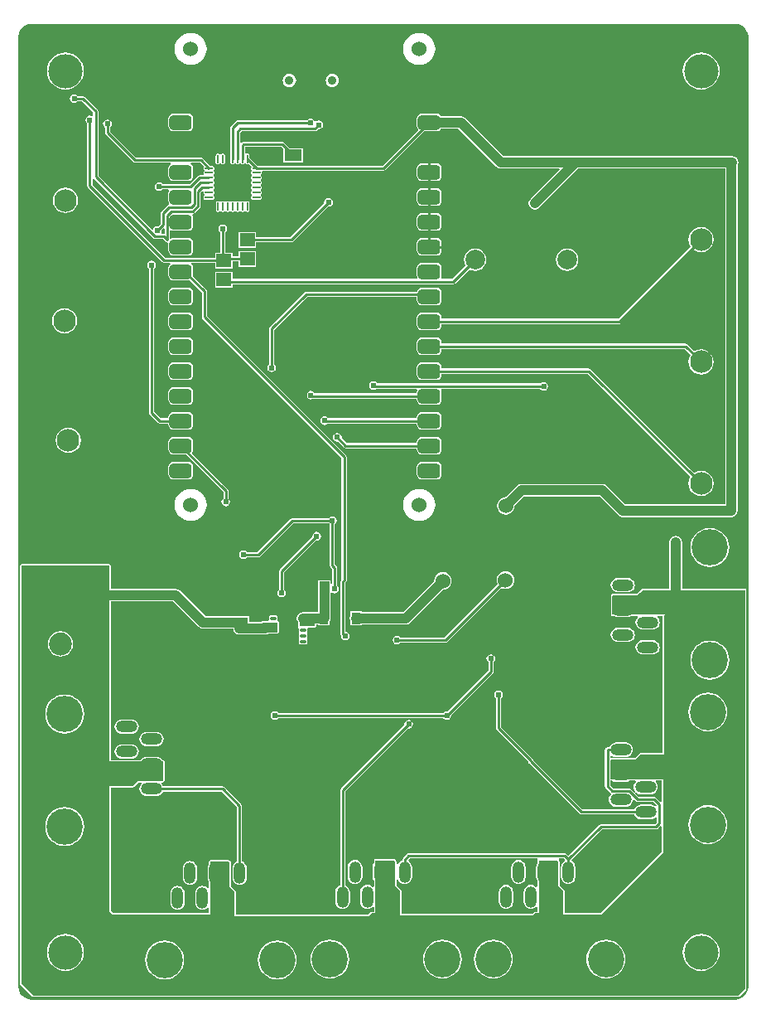
<source format=gbl>
G04 Layer_Physical_Order=2*
G04 Layer_Color=11436288*
%FSLAX24Y24*%
%MOIN*%
G70*
G01*
G75*
%ADD10R,0.0610X0.0532*%
%ADD29C,0.0098*%
%ADD30C,0.0197*%
%ADD31C,0.0394*%
%ADD32C,0.0100*%
%ADD34C,0.0600*%
%ADD35O,0.0866X0.0472*%
%ADD36C,0.1457*%
%ADD37O,0.0472X0.0866*%
G04:AMPARAMS|DCode=38|XSize=60mil|YSize=90mil|CornerRadius=15mil|HoleSize=0mil|Usage=FLASHONLY|Rotation=270.000|XOffset=0mil|YOffset=0mil|HoleType=Round|Shape=RoundedRectangle|*
%AMROUNDEDRECTD38*
21,1,0.0600,0.0600,0,0,270.0*
21,1,0.0300,0.0900,0,0,270.0*
1,1,0.0300,-0.0300,-0.0150*
1,1,0.0300,-0.0300,0.0150*
1,1,0.0300,0.0300,0.0150*
1,1,0.0300,0.0300,-0.0150*
%
%ADD38ROUNDEDRECTD38*%
%ADD39C,0.0906*%
%ADD40C,0.0354*%
%ADD41C,0.1000*%
%ADD42C,0.0787*%
G04:AMPARAMS|DCode=43|XSize=27.6mil|YSize=114.2mil|CornerRadius=6.9mil|HoleSize=0mil|Usage=FLASHONLY|Rotation=0.000|XOffset=0mil|YOffset=0mil|HoleType=Round|Shape=RoundedRectangle|*
%AMROUNDEDRECTD43*
21,1,0.0276,0.1004,0,0,0.0*
21,1,0.0138,0.1142,0,0,0.0*
1,1,0.0138,0.0069,-0.0502*
1,1,0.0138,-0.0069,-0.0502*
1,1,0.0138,-0.0069,0.0502*
1,1,0.0138,0.0069,0.0502*
%
%ADD43ROUNDEDRECTD43*%
%ADD44C,0.0240*%
%ADD45C,0.1378*%
%ADD46C,0.0236*%
%ADD47C,0.0256*%
%ADD48O,0.0079X0.0335*%
%ADD49O,0.0335X0.0079*%
%ADD50R,0.1232X0.1232*%
%ADD51R,0.0358X0.0480*%
%ADD52R,0.0394X0.0669*%
%ADD53R,0.0669X0.0394*%
G04:AMPARAMS|DCode=54|XSize=25.6mil|YSize=11.8mil|CornerRadius=3mil|HoleSize=0mil|Usage=FLASHONLY|Rotation=0.000|XOffset=0mil|YOffset=0mil|HoleType=Round|Shape=RoundedRectangle|*
%AMROUNDEDRECTD54*
21,1,0.0256,0.0059,0,0,0.0*
21,1,0.0197,0.0118,0,0,0.0*
1,1,0.0059,0.0098,-0.0030*
1,1,0.0059,-0.0098,-0.0030*
1,1,0.0059,-0.0098,0.0030*
1,1,0.0059,0.0098,0.0030*
%
%ADD54ROUNDEDRECTD54*%
%ADD55R,0.0709X0.0453*%
%ADD56R,0.0748X0.0354*%
%ADD57R,0.0591X0.0394*%
%ADD58R,0.0630X0.0433*%
G36*
X38914Y49123D02*
X39039Y49072D01*
X39147Y48989D01*
X39229Y48882D01*
X39281Y48756D01*
X39298Y48625D01*
X39298Y48622D01*
X39298Y48622D01*
Y10433D01*
X39298Y10433D01*
X39298Y10431D01*
X39281Y10299D01*
X39229Y10174D01*
X39147Y10066D01*
X39039Y9984D01*
X38914Y9932D01*
X38782Y9914D01*
X38780Y9915D01*
X38780Y9915D01*
X10433D01*
X10431Y9914D01*
X10299Y9932D01*
X10174Y9984D01*
X10066Y10066D01*
X9984Y10174D01*
X9932Y10299D01*
X9914Y10431D01*
X9915Y10433D01*
X9915Y10433D01*
Y48622D01*
X9914Y48625D01*
X9932Y48756D01*
X9984Y48882D01*
X10066Y48989D01*
X10174Y49072D01*
X10299Y49123D01*
X10431Y49141D01*
X10433Y49140D01*
X10433Y49140D01*
X38780D01*
X38780Y49140D01*
X38782Y49141D01*
X38914Y49123D01*
D02*
G37*
%LPC*%
G36*
X16856Y30449D02*
X16730Y30436D01*
X16609Y30400D01*
X16497Y30340D01*
X16400Y30260D01*
X16319Y30162D01*
X16260Y30051D01*
X16223Y29930D01*
X16211Y29804D01*
X16223Y29678D01*
X16260Y29557D01*
X16319Y29446D01*
X16400Y29348D01*
X16497Y29268D01*
X16609Y29208D01*
X16730Y29171D01*
X16856Y29159D01*
X16981Y29171D01*
X17102Y29208D01*
X17214Y29268D01*
X17311Y29348D01*
X17392Y29446D01*
X17451Y29557D01*
X17488Y29678D01*
X17500Y29804D01*
X17488Y29930D01*
X17451Y30051D01*
X17392Y30162D01*
X17311Y30260D01*
X17214Y30340D01*
X17102Y30400D01*
X16981Y30436D01*
X16856Y30449D01*
D02*
G37*
G36*
X26052D02*
X25927Y30436D01*
X25806Y30400D01*
X25694Y30340D01*
X25596Y30260D01*
X25516Y30162D01*
X25457Y30051D01*
X25420Y29930D01*
X25408Y29804D01*
X25420Y29678D01*
X25457Y29557D01*
X25516Y29446D01*
X25596Y29348D01*
X25694Y29268D01*
X25806Y29208D01*
X25927Y29171D01*
X26052Y29159D01*
X26178Y29171D01*
X26299Y29208D01*
X26411Y29268D01*
X26508Y29348D01*
X26589Y29446D01*
X26648Y29557D01*
X26685Y29678D01*
X26697Y29804D01*
X26685Y29930D01*
X26648Y30051D01*
X26589Y30162D01*
X26508Y30260D01*
X26411Y30340D01*
X26299Y30400D01*
X26178Y30436D01*
X26052Y30449D01*
D02*
G37*
G36*
X16754Y32537D02*
X16154D01*
X16075Y32521D01*
X16009Y32477D01*
X15964Y32410D01*
X15949Y32332D01*
Y32032D01*
X15964Y31953D01*
X16009Y31887D01*
X16075Y31842D01*
X16154Y31827D01*
X16664D01*
X18165Y30326D01*
Y30059D01*
X18144Y30045D01*
X18106Y29988D01*
X18093Y29921D01*
X18106Y29854D01*
X18144Y29798D01*
X18201Y29760D01*
X18268Y29747D01*
X18335Y29760D01*
X18391Y29798D01*
X18429Y29854D01*
X18442Y29921D01*
X18429Y29988D01*
X18391Y30045D01*
X18370Y30059D01*
Y30368D01*
X18364Y30401D01*
X18362Y30407D01*
X18340Y30440D01*
X16899Y31882D01*
X16899Y31887D01*
X16943Y31953D01*
X16959Y32032D01*
Y32332D01*
X16943Y32410D01*
X16899Y32477D01*
X16832Y32521D01*
X16754Y32537D01*
D02*
G37*
G36*
X21929Y28718D02*
X21862Y28705D01*
X21806Y28667D01*
X21768Y28610D01*
X21755Y28543D01*
X21759Y28518D01*
X20439Y27198D01*
X20417Y27165D01*
X20416Y27159D01*
X20409Y27126D01*
Y26397D01*
X20388Y26383D01*
X20350Y26327D01*
X20337Y26260D01*
X20350Y26193D01*
X20388Y26136D01*
X20445Y26099D01*
X20512Y26085D01*
X20579Y26099D01*
X20635Y26136D01*
X20673Y26193D01*
X20686Y26260D01*
X20673Y26327D01*
X20635Y26383D01*
X20614Y26397D01*
Y27084D01*
X21904Y28374D01*
X21929Y28369D01*
X21996Y28382D01*
X22053Y28420D01*
X22090Y28476D01*
X22104Y28543D01*
X22090Y28610D01*
X22053Y28667D01*
X21996Y28705D01*
X21929Y28718D01*
D02*
G37*
G36*
X29528Y27138D02*
X29436Y27126D01*
X29350Y27090D01*
X29277Y27034D01*
X29221Y26961D01*
X29185Y26875D01*
X29173Y26783D01*
X29185Y26692D01*
X29216Y26617D01*
X27072Y24472D01*
X25295D01*
X25281Y24494D01*
X25224Y24531D01*
X25157Y24545D01*
X25091Y24531D01*
X25034Y24494D01*
X24996Y24437D01*
X24983Y24370D01*
X24996Y24303D01*
X25034Y24247D01*
X25091Y24209D01*
X25157Y24195D01*
X25224Y24209D01*
X25281Y24247D01*
X25295Y24268D01*
X27114D01*
X27147Y24274D01*
X27153Y24276D01*
X27187Y24298D01*
X29361Y26472D01*
X29436Y26441D01*
X29528Y26429D01*
X29619Y26441D01*
X29705Y26477D01*
X29778Y26533D01*
X29834Y26606D01*
X29870Y26692D01*
X29882Y26783D01*
X29870Y26875D01*
X29834Y26961D01*
X29778Y27034D01*
X29705Y27090D01*
X29619Y27126D01*
X29528Y27138D01*
D02*
G37*
G36*
X22559Y29348D02*
X22492Y29335D01*
X22436Y29297D01*
X22421Y29276D01*
X20945D01*
X20906Y29268D01*
X20872Y29246D01*
X19525Y27898D01*
X19114D01*
X19100Y27919D01*
X19043Y27957D01*
X18976Y27970D01*
X18910Y27957D01*
X18853Y27919D01*
X18815Y27862D01*
X18802Y27795D01*
X18815Y27728D01*
X18853Y27672D01*
X18910Y27634D01*
X18976Y27621D01*
X19043Y27634D01*
X19100Y27672D01*
X19114Y27693D01*
X19567D01*
X19606Y27701D01*
X19639Y27723D01*
X20987Y29071D01*
X22421D01*
X22436Y29050D01*
X22457Y29036D01*
Y27362D01*
X22463Y27330D01*
X22464Y27323D01*
X22487Y27290D01*
X22535Y27241D01*
Y26609D01*
X22534Y26608D01*
X22484Y26635D01*
Y26776D01*
X21988D01*
Y26415D01*
X21983Y26391D01*
Y25499D01*
X21378D01*
X21281Y25480D01*
X21199Y25425D01*
X21144Y25343D01*
X21125Y25246D01*
X21144Y25149D01*
X21165Y25118D01*
Y24921D01*
X21181Y24882D01*
X21204Y24835D01*
X21197Y24803D01*
Y24744D01*
X21204Y24713D01*
X21221Y24686D01*
X21223Y24685D01*
Y24626D01*
X21221Y24625D01*
X21204Y24598D01*
X21197Y24567D01*
Y24508D01*
X21204Y24476D01*
X21221Y24450D01*
X21223Y24449D01*
Y24390D01*
X21221Y24389D01*
X21204Y24362D01*
X21197Y24331D01*
Y24272D01*
X21204Y24240D01*
X21221Y24213D01*
X21248Y24196D01*
X21280Y24189D01*
X21476D01*
X21508Y24196D01*
X21535Y24213D01*
X21552Y24240D01*
X21559Y24272D01*
Y24331D01*
X21552Y24362D01*
X21535Y24389D01*
X21533Y24390D01*
Y24449D01*
X21535Y24450D01*
X21552Y24476D01*
X21559Y24508D01*
Y24567D01*
X21552Y24598D01*
X21535Y24625D01*
X21533Y24626D01*
Y24685D01*
X21535Y24686D01*
X21552Y24713D01*
X21559Y24744D01*
Y24803D01*
X21556Y24816D01*
X21583Y24859D01*
X21592Y24866D01*
X21850D01*
X21890Y24882D01*
X21906Y24921D01*
Y24993D01*
X21989D01*
Y24957D01*
X22449D01*
Y25139D01*
X22469Y25169D01*
X22489Y25266D01*
Y26251D01*
X22539Y26278D01*
X22571Y26256D01*
X22638Y26243D01*
X22705Y26256D01*
X22761Y26294D01*
X22799Y26351D01*
X22812Y26417D01*
X22799Y26484D01*
X22761Y26541D01*
X22740Y26555D01*
Y27283D01*
X22734Y27316D01*
X22732Y27323D01*
X22710Y27356D01*
X22661Y27405D01*
Y29036D01*
X22683Y29050D01*
X22720Y29106D01*
X22734Y29173D01*
X22720Y29240D01*
X22683Y29297D01*
X22626Y29335D01*
X22559Y29348D01*
D02*
G37*
G36*
X37748Y28874D02*
X37595Y28859D01*
X37448Y28814D01*
X37313Y28742D01*
X37194Y28644D01*
X37097Y28526D01*
X37024Y28390D01*
X36980Y28243D01*
X36965Y28091D01*
X36980Y27938D01*
X37024Y27791D01*
X37097Y27655D01*
X37194Y27537D01*
X37313Y27439D01*
X37448Y27367D01*
X37595Y27322D01*
X37748Y27307D01*
X37901Y27322D01*
X38048Y27367D01*
X38183Y27439D01*
X38302Y27537D01*
X38399Y27655D01*
X38472Y27791D01*
X38516Y27938D01*
X38531Y28091D01*
X38516Y28243D01*
X38472Y28390D01*
X38399Y28526D01*
X38302Y28644D01*
X38183Y28742D01*
X38048Y28814D01*
X37901Y28859D01*
X37748Y28874D01*
D02*
G37*
G36*
X11929Y32910D02*
X11798Y32893D01*
X11675Y32842D01*
X11570Y32761D01*
X11489Y32656D01*
X11438Y32533D01*
X11421Y32402D01*
X11438Y32270D01*
X11489Y32147D01*
X11570Y32042D01*
X11675Y31961D01*
X11798Y31911D01*
X11929Y31893D01*
X12061Y31911D01*
X12183Y31961D01*
X12289Y32042D01*
X12369Y32147D01*
X12420Y32270D01*
X12437Y32402D01*
X12420Y32533D01*
X12369Y32656D01*
X12289Y32761D01*
X12183Y32842D01*
X12061Y32893D01*
X11929Y32910D01*
D02*
G37*
G36*
X15276Y39623D02*
X15209Y39610D01*
X15152Y39572D01*
X15114Y39516D01*
X15101Y39449D01*
X15114Y39382D01*
X15152Y39325D01*
X15173Y39311D01*
Y33504D01*
X15180Y33471D01*
X15181Y33465D01*
X15203Y33432D01*
X15525Y33110D01*
X15558Y33087D01*
X15565Y33086D01*
X15598Y33080D01*
X15949D01*
Y33032D01*
X15964Y32953D01*
X16009Y32887D01*
X16075Y32842D01*
X16154Y32827D01*
X16754D01*
X16832Y32842D01*
X16899Y32887D01*
X16943Y32953D01*
X16959Y33032D01*
Y33332D01*
X16943Y33410D01*
X16899Y33477D01*
X16832Y33521D01*
X16754Y33537D01*
X16154D01*
X16075Y33521D01*
X16009Y33477D01*
X15964Y33410D01*
X15949Y33332D01*
Y33284D01*
X15640D01*
X15378Y33546D01*
Y39311D01*
X15399Y39325D01*
X15437Y39382D01*
X15450Y39449D01*
X15437Y39516D01*
X15399Y39572D01*
X15342Y39610D01*
X15276Y39623D01*
D02*
G37*
G36*
X26754Y33537D02*
X26154D01*
X26075Y33521D01*
X26009Y33477D01*
X25964Y33410D01*
X25949Y33332D01*
Y33284D01*
X22386D01*
X22368Y33312D01*
X22311Y33350D01*
X22244Y33364D01*
X22177Y33350D01*
X22121Y33312D01*
X22083Y33256D01*
X22069Y33189D01*
X22083Y33122D01*
X22121Y33066D01*
X22177Y33028D01*
X22244Y33014D01*
X22311Y33028D01*
X22368Y33066D01*
X22377Y33080D01*
X25949D01*
Y33032D01*
X25964Y32953D01*
X26009Y32887D01*
X26075Y32842D01*
X26154Y32827D01*
X26754D01*
X26832Y32842D01*
X26899Y32887D01*
X26943Y32953D01*
X26959Y33032D01*
Y33332D01*
X26943Y33410D01*
X26899Y33477D01*
X26832Y33521D01*
X26754Y33537D01*
D02*
G37*
G36*
X22756Y32694D02*
X22689Y32681D01*
X22632Y32643D01*
X22595Y32587D01*
X22581Y32520D01*
X22595Y32453D01*
X22632Y32396D01*
X22689Y32358D01*
X22756Y32345D01*
X22781Y32350D01*
X23021Y32110D01*
X23043Y32095D01*
X23055Y32087D01*
X23055D01*
X23055Y32087D01*
X23065Y32085D01*
X23094Y32080D01*
X25949D01*
Y32032D01*
X25964Y31953D01*
X26009Y31887D01*
X26075Y31842D01*
X26154Y31827D01*
X26754D01*
X26832Y31842D01*
X26899Y31887D01*
X26943Y31953D01*
X26959Y32032D01*
Y32332D01*
X26943Y32410D01*
X26899Y32477D01*
X26832Y32521D01*
X26754Y32537D01*
X26154D01*
X26075Y32521D01*
X26009Y32477D01*
X25964Y32410D01*
X25949Y32332D01*
Y32284D01*
X23136D01*
X22926Y32495D01*
X22931Y32520D01*
X22917Y32587D01*
X22879Y32643D01*
X22823Y32681D01*
X22756Y32694D01*
D02*
G37*
G36*
X26754Y35537D02*
X26154D01*
X26075Y35521D01*
X26009Y35477D01*
X25964Y35410D01*
X25949Y35332D01*
Y35032D01*
X25964Y34953D01*
X26009Y34887D01*
X26075Y34842D01*
X26154Y34827D01*
X26754D01*
X26832Y34842D01*
X26899Y34887D01*
X26943Y34953D01*
X26959Y35032D01*
Y35080D01*
X32847D01*
X36979Y30947D01*
X36961Y30923D01*
X36911Y30801D01*
X36893Y30669D01*
X36911Y30538D01*
X36961Y30415D01*
X37042Y30310D01*
X37147Y30229D01*
X37270Y30178D01*
X37402Y30161D01*
X37533Y30178D01*
X37656Y30229D01*
X37761Y30310D01*
X37842Y30415D01*
X37893Y30538D01*
X37910Y30669D01*
X37893Y30801D01*
X37842Y30923D01*
X37761Y31029D01*
X37656Y31109D01*
X37533Y31160D01*
X37402Y31178D01*
X37270Y31160D01*
X37147Y31109D01*
X37124Y31092D01*
X32961Y35254D01*
X32928Y35276D01*
X32922Y35278D01*
X32889Y35284D01*
X26959D01*
Y35332D01*
X26943Y35410D01*
X26899Y35477D01*
X26832Y35521D01*
X26754Y35537D01*
D02*
G37*
G36*
X16754Y31537D02*
X16154D01*
X16075Y31521D01*
X16009Y31477D01*
X15964Y31410D01*
X15949Y31332D01*
Y31032D01*
X15964Y30953D01*
X16009Y30887D01*
X16075Y30842D01*
X16154Y30827D01*
X16754D01*
X16832Y30842D01*
X16899Y30887D01*
X16943Y30953D01*
X16959Y31032D01*
Y31332D01*
X16943Y31410D01*
X16899Y31477D01*
X16832Y31521D01*
X16754Y31537D01*
D02*
G37*
G36*
X26754D02*
X26154D01*
X26075Y31521D01*
X26009Y31477D01*
X25964Y31410D01*
X25949Y31332D01*
Y31032D01*
X25964Y30953D01*
X26009Y30887D01*
X26075Y30842D01*
X26154Y30827D01*
X26754D01*
X26832Y30842D01*
X26899Y30887D01*
X26943Y30953D01*
X26959Y31032D01*
Y31332D01*
X26943Y31410D01*
X26899Y31477D01*
X26832Y31521D01*
X26754Y31537D01*
D02*
G37*
G36*
X34445Y26867D02*
X34051D01*
X33976Y26857D01*
X33906Y26828D01*
X33846Y26782D01*
X33800Y26722D01*
X33771Y26652D01*
X33761Y26577D01*
X33771Y26502D01*
X33800Y26432D01*
X33846Y26372D01*
X33906Y26326D01*
X33976Y26297D01*
X34051Y26287D01*
X34445D01*
X34520Y26297D01*
X34590Y26326D01*
X34650Y26372D01*
X34696Y26432D01*
X34725Y26502D01*
X34735Y26577D01*
X34725Y26652D01*
X34696Y26722D01*
X34650Y26782D01*
X34590Y26828D01*
X34520Y26857D01*
X34445Y26867D01*
D02*
G37*
G36*
X30049Y15530D02*
X29974Y15520D01*
X29904Y15491D01*
X29844Y15445D01*
X29798Y15385D01*
X29769Y15315D01*
X29759Y15240D01*
Y14846D01*
X29769Y14771D01*
X29798Y14702D01*
X29844Y14641D01*
X29904Y14595D01*
X29974Y14566D01*
X30049Y14557D01*
X30124Y14566D01*
X30194Y14595D01*
X30254Y14641D01*
X30300Y14702D01*
X30329Y14771D01*
X30339Y14846D01*
Y15240D01*
X30329Y15315D01*
X30300Y15385D01*
X30254Y15445D01*
X30194Y15491D01*
X30124Y15520D01*
X30049Y15530D01*
D02*
G37*
G36*
X14476Y20174D02*
X14083D01*
X14008Y20164D01*
X13938Y20135D01*
X13878Y20089D01*
X13832Y20029D01*
X13803Y19959D01*
X13793Y19884D01*
X13803Y19809D01*
X13832Y19739D01*
X13878Y19679D01*
X13938Y19633D01*
X14008Y19604D01*
X14083Y19594D01*
X14476D01*
X14551Y19604D01*
X14621Y19633D01*
X14681Y19679D01*
X14727Y19739D01*
X14756Y19809D01*
X14766Y19884D01*
X14756Y19959D01*
X14727Y20029D01*
X14681Y20089D01*
X14621Y20135D01*
X14551Y20164D01*
X14476Y20174D01*
D02*
G37*
G36*
X15476Y20674D02*
X15083D01*
X15008Y20664D01*
X14938Y20635D01*
X14878Y20589D01*
X14832Y20529D01*
X14803Y20459D01*
X14793Y20384D01*
X14803Y20309D01*
X14832Y20239D01*
X14878Y20179D01*
X14938Y20133D01*
X15008Y20104D01*
X15083Y20094D01*
X15476D01*
X15551Y20104D01*
X15621Y20133D01*
X15681Y20179D01*
X15727Y20239D01*
X15756Y20309D01*
X15766Y20384D01*
X15756Y20459D01*
X15727Y20529D01*
X15681Y20589D01*
X15621Y20635D01*
X15551Y20664D01*
X15476Y20674D01*
D02*
G37*
G36*
X23474Y15530D02*
X23399Y15520D01*
X23329Y15491D01*
X23269Y15445D01*
X23223Y15385D01*
X23194Y15315D01*
X23185Y15240D01*
Y14846D01*
X23194Y14771D01*
X23223Y14702D01*
X23269Y14641D01*
X23329Y14595D01*
X23399Y14566D01*
X23474Y14557D01*
X23549Y14566D01*
X23619Y14595D01*
X23679Y14641D01*
X23725Y14702D01*
X23754Y14771D01*
X23764Y14846D01*
Y15240D01*
X23754Y15315D01*
X23725Y15385D01*
X23679Y15445D01*
X23619Y15491D01*
X23549Y15520D01*
X23474Y15530D01*
D02*
G37*
G36*
X16321Y14491D02*
X16246Y14481D01*
X16176Y14452D01*
X16116Y14406D01*
X16070Y14346D01*
X16041Y14276D01*
X16031Y14201D01*
Y13807D01*
X16041Y13732D01*
X16070Y13662D01*
X16116Y13602D01*
X16176Y13556D01*
X16246Y13527D01*
X16321Y13517D01*
X16396Y13527D01*
X16466Y13556D01*
X16526Y13602D01*
X16572Y13662D01*
X16601Y13732D01*
X16611Y13807D01*
Y14201D01*
X16601Y14276D01*
X16572Y14346D01*
X16526Y14406D01*
X16466Y14452D01*
X16396Y14481D01*
X16321Y14491D01*
D02*
G37*
G36*
X29549Y14530D02*
X29474Y14520D01*
X29404Y14491D01*
X29344Y14445D01*
X29298Y14385D01*
X29269Y14315D01*
X29259Y14240D01*
Y13846D01*
X29269Y13771D01*
X29298Y13702D01*
X29344Y13641D01*
X29404Y13595D01*
X29474Y13566D01*
X29549Y13557D01*
X29624Y13566D01*
X29694Y13595D01*
X29754Y13641D01*
X29800Y13702D01*
X29829Y13771D01*
X29839Y13846D01*
Y14240D01*
X29829Y14315D01*
X29800Y14385D01*
X29754Y14445D01*
X29694Y14491D01*
X29624Y14520D01*
X29549Y14530D01*
D02*
G37*
G36*
X16821Y15491D02*
X16746Y15481D01*
X16676Y15452D01*
X16616Y15406D01*
X16570Y15346D01*
X16541Y15276D01*
X16531Y15201D01*
Y14807D01*
X16541Y14732D01*
X16570Y14662D01*
X16616Y14602D01*
X16676Y14556D01*
X16746Y14527D01*
X16821Y14517D01*
X16896Y14527D01*
X16966Y14556D01*
X17026Y14602D01*
X17072Y14662D01*
X17101Y14732D01*
X17111Y14807D01*
Y15201D01*
X17101Y15276D01*
X17072Y15346D01*
X17026Y15406D01*
X16966Y15452D01*
X16896Y15481D01*
X16821Y15491D01*
D02*
G37*
G36*
X34445Y24867D02*
X34051D01*
X33976Y24857D01*
X33906Y24828D01*
X33846Y24782D01*
X33800Y24722D01*
X33771Y24652D01*
X33761Y24577D01*
X33771Y24502D01*
X33800Y24432D01*
X33846Y24372D01*
X33906Y24326D01*
X33976Y24297D01*
X34051Y24287D01*
X34445D01*
X34520Y24297D01*
X34590Y24326D01*
X34650Y24372D01*
X34696Y24432D01*
X34725Y24502D01*
X34735Y24577D01*
X34725Y24652D01*
X34696Y24722D01*
X34650Y24782D01*
X34590Y24828D01*
X34520Y24857D01*
X34445Y24867D01*
D02*
G37*
G36*
X36378Y28560D02*
X36281Y28541D01*
X36199Y28486D01*
X36144Y28404D01*
X36125Y28307D01*
Y26433D01*
X35039D01*
X35000Y26417D01*
X34914Y26331D01*
X34906Y26328D01*
X34846Y26282D01*
X34811Y26237D01*
X33858D01*
X33819Y26220D01*
X33780Y26181D01*
X33763Y26142D01*
Y25593D01*
X33761Y25577D01*
X33763Y25560D01*
Y25394D01*
X33780Y25355D01*
X33819Y25338D01*
X33890D01*
X33906Y25326D01*
X33976Y25297D01*
X34051Y25287D01*
X34445D01*
X34520Y25297D01*
X34590Y25326D01*
X34606Y25338D01*
X34838D01*
X34855Y25288D01*
X34846Y25282D01*
X34800Y25222D01*
X34771Y25152D01*
X34761Y25077D01*
X34771Y25002D01*
X34800Y24932D01*
X34846Y24872D01*
X34906Y24826D01*
X34976Y24797D01*
X35051Y24787D01*
X35445D01*
X35520Y24797D01*
X35590Y24826D01*
X35650Y24872D01*
X35696Y24932D01*
X35725Y25002D01*
X35735Y25077D01*
X35725Y25152D01*
X35696Y25222D01*
X35650Y25282D01*
X35641Y25288D01*
X35658Y25338D01*
X35850D01*
Y19819D01*
X34961D01*
X34921Y19803D01*
X34835Y19717D01*
X34828Y19714D01*
X34767Y19668D01*
X34733Y19622D01*
X33780D01*
X33733Y19657D01*
Y19725D01*
X33783Y19746D01*
X33828Y19712D01*
X33897Y19683D01*
X33972Y19673D01*
X34366D01*
X34441Y19683D01*
X34511Y19712D01*
X34571Y19758D01*
X34617Y19818D01*
X34646Y19888D01*
X34656Y19963D01*
X34646Y20038D01*
X34617Y20108D01*
X34571Y20168D01*
X34511Y20214D01*
X34441Y20243D01*
X34366Y20252D01*
X33972D01*
X33897Y20243D01*
X33828Y20214D01*
X33767Y20168D01*
X33721Y20108D01*
X33701Y20057D01*
X33628Y20056D01*
X33609Y20052D01*
X33591Y20048D01*
X33590Y20047D01*
X33589Y20047D01*
X33573Y20036D01*
X33557Y20026D01*
X33557Y20025D01*
X33556Y20024D01*
X33545Y20008D01*
X33535Y19992D01*
X33535Y19991D01*
X33534Y19990D01*
X33531Y19971D01*
X33527Y19953D01*
Y18500D01*
X33535Y18461D01*
X33557Y18427D01*
X33747Y18237D01*
X33762Y18227D01*
X33770Y18170D01*
X33767Y18168D01*
X33721Y18108D01*
X33692Y18038D01*
X33683Y17963D01*
X33692Y17888D01*
X33721Y17818D01*
X33767Y17758D01*
X33828Y17712D01*
X33897Y17683D01*
X33972Y17673D01*
X34366D01*
X34441Y17683D01*
X34511Y17712D01*
X34571Y17758D01*
X34617Y17818D01*
X34646Y17888D01*
X34653Y17940D01*
X34705Y17959D01*
X34777Y17887D01*
X34811Y17865D01*
X34850Y17857D01*
X35467D01*
X35595Y17729D01*
X35597Y17718D01*
X35595Y17713D01*
X35535Y17695D01*
X35511Y17714D01*
X35441Y17743D01*
X35366Y17752D01*
X34972D01*
X34897Y17743D01*
X34828Y17714D01*
X34767Y17668D01*
X34721Y17608D01*
X34704Y17565D01*
X32619D01*
X30653Y19531D01*
X30646Y19567D01*
X30624Y19600D01*
X29354Y20869D01*
Y22028D01*
X29375Y22042D01*
X29413Y22099D01*
X29427Y22165D01*
X29413Y22232D01*
X29375Y22289D01*
X29319Y22327D01*
X29252Y22340D01*
X29185Y22327D01*
X29128Y22289D01*
X29091Y22232D01*
X29077Y22165D01*
X29091Y22099D01*
X29128Y22042D01*
X29150Y22028D01*
Y20827D01*
X29156Y20794D01*
X29157Y20788D01*
X29180Y20754D01*
X30450Y19484D01*
X30455Y19457D01*
X30457Y19449D01*
X30479Y19416D01*
X32504Y17390D01*
X32538Y17368D01*
X32577Y17360D01*
X34704D01*
X34721Y17318D01*
X34767Y17258D01*
X34828Y17212D01*
X34897Y17183D01*
X34972Y17173D01*
X35366D01*
X35441Y17183D01*
X35511Y17212D01*
X35567Y17254D01*
X35601Y17248D01*
X35617Y17242D01*
Y17043D01*
X35552Y16978D01*
X33374D01*
X33335Y16970D01*
X33301Y16948D01*
X32049Y15696D01*
X31982Y15763D01*
X31949Y15785D01*
X31909Y15793D01*
X25625D01*
X25586Y15785D01*
X25552Y15763D01*
X25401Y15612D01*
X25379Y15579D01*
X25371Y15539D01*
Y15509D01*
X25329Y15491D01*
X25269Y15445D01*
X25223Y15385D01*
X25194Y15315D01*
X25185Y15240D01*
Y14846D01*
X25194Y14771D01*
X25223Y14702D01*
X25269Y14641D01*
X25329Y14595D01*
X25399Y14566D01*
X25474Y14557D01*
X25549Y14566D01*
X25619Y14595D01*
X25679Y14641D01*
X25725Y14702D01*
X25754Y14771D01*
X25764Y14846D01*
Y15240D01*
X25754Y15315D01*
X25725Y15385D01*
X25679Y15445D01*
X25633Y15481D01*
X25620Y15539D01*
X25668Y15587D01*
X30797D01*
X30821Y15537D01*
X30811Y15512D01*
Y15401D01*
X30798Y15385D01*
X30769Y15315D01*
X30759Y15240D01*
Y14846D01*
X30769Y14771D01*
X30798Y14702D01*
X30811Y14685D01*
Y14454D01*
X30761Y14437D01*
X30754Y14445D01*
X30694Y14491D01*
X30624Y14520D01*
X30549Y14530D01*
X30474Y14520D01*
X30404Y14491D01*
X30344Y14445D01*
X30298Y14385D01*
X30269Y14315D01*
X30259Y14240D01*
Y13846D01*
X30269Y13771D01*
X30298Y13702D01*
X30344Y13641D01*
X30404Y13595D01*
X30474Y13566D01*
X30549Y13557D01*
X30624Y13566D01*
X30694Y13595D01*
X30754Y13641D01*
X30761Y13650D01*
X30811Y13633D01*
Y13441D01*
X30709D01*
X30669Y13425D01*
X30607Y13362D01*
X25338D01*
X25331Y13369D01*
Y14291D01*
X25315Y14331D01*
X25134Y14511D01*
Y15472D01*
X25118Y15512D01*
X25079Y15551D01*
X25039Y15567D01*
X24291D01*
X24252Y15551D01*
X24236Y15512D01*
Y15401D01*
X24223Y15385D01*
X24194Y15315D01*
X24185Y15240D01*
Y14846D01*
X24194Y14771D01*
X24223Y14702D01*
X24236Y14685D01*
Y14454D01*
X24186Y14437D01*
X24179Y14445D01*
X24119Y14491D01*
X24049Y14520D01*
X23974Y14530D01*
X23899Y14520D01*
X23829Y14491D01*
X23769Y14445D01*
X23723Y14385D01*
X23694Y14315D01*
X23685Y14240D01*
Y13846D01*
X23694Y13771D01*
X23723Y13702D01*
X23769Y13641D01*
X23829Y13595D01*
X23899Y13566D01*
X23974Y13557D01*
X24049Y13566D01*
X24119Y13595D01*
X24179Y13641D01*
X24186Y13650D01*
X24236Y13633D01*
Y13441D01*
X24134D01*
X24095Y13425D01*
X23993Y13323D01*
X18684D01*
X18677Y13330D01*
Y14252D01*
X18661Y14291D01*
X18481Y14472D01*
Y15433D01*
X18464Y15472D01*
X18425Y15512D01*
X18386Y15528D01*
X17638D01*
X17599Y15512D01*
X17582Y15472D01*
Y15362D01*
X17570Y15346D01*
X17541Y15276D01*
X17531Y15201D01*
Y14807D01*
X17541Y14732D01*
X17570Y14662D01*
X17582Y14646D01*
Y14414D01*
X17532Y14397D01*
X17526Y14406D01*
X17466Y14452D01*
X17396Y14481D01*
X17321Y14491D01*
X17246Y14481D01*
X17176Y14452D01*
X17116Y14406D01*
X17070Y14346D01*
X17041Y14276D01*
X17031Y14201D01*
Y13807D01*
X17041Y13732D01*
X17070Y13662D01*
X17116Y13602D01*
X17176Y13556D01*
X17246Y13527D01*
X17321Y13517D01*
X17396Y13527D01*
X17466Y13556D01*
X17526Y13602D01*
X17532Y13611D01*
X17582Y13594D01*
Y13402D01*
X13724D01*
X13638Y13488D01*
Y18449D01*
X14528D01*
X14567Y18465D01*
X14747Y18645D01*
X14869D01*
X14886Y18595D01*
X14878Y18589D01*
X14832Y18529D01*
X14803Y18459D01*
X14793Y18384D01*
X14803Y18309D01*
X14832Y18239D01*
X14878Y18179D01*
X14938Y18133D01*
X15008Y18104D01*
X15083Y18094D01*
X15476D01*
X15551Y18104D01*
X15621Y18133D01*
X15681Y18179D01*
X15727Y18239D01*
X15745Y18281D01*
X18103D01*
X18718Y17666D01*
Y15469D01*
X18676Y15452D01*
X18616Y15406D01*
X18570Y15346D01*
X18541Y15276D01*
X18531Y15201D01*
Y14807D01*
X18541Y14732D01*
X18570Y14662D01*
X18616Y14602D01*
X18676Y14556D01*
X18746Y14527D01*
X18821Y14517D01*
X18896Y14527D01*
X18966Y14556D01*
X19026Y14602D01*
X19072Y14662D01*
X19101Y14732D01*
X19111Y14807D01*
Y15201D01*
X19101Y15276D01*
X19072Y15346D01*
X19026Y15406D01*
X18966Y15452D01*
X18924Y15469D01*
Y17709D01*
X18916Y17749D01*
X18894Y17782D01*
X18219Y18457D01*
X18186Y18479D01*
X18146Y18487D01*
X15745D01*
X15727Y18529D01*
X15681Y18589D01*
X15673Y18595D01*
X15690Y18645D01*
X15709D01*
X15748Y18662D01*
X15787Y18701D01*
X15803Y18740D01*
Y19488D01*
X15787Y19527D01*
X15748Y19544D01*
X15716D01*
X15681Y19589D01*
X15621Y19635D01*
X15551Y19664D01*
X15476Y19674D01*
X15083D01*
X15008Y19664D01*
X14938Y19635D01*
X14878Y19589D01*
X14843Y19544D01*
X13645D01*
X13638Y19551D01*
Y25928D01*
X16155D01*
X17183Y24900D01*
X17265Y24845D01*
X17362Y24826D01*
X18569D01*
X18585Y24746D01*
X18640Y24664D01*
X18722Y24609D01*
X18819Y24590D01*
X19843D01*
X19939Y24609D01*
X19970Y24630D01*
X20354D01*
X20394Y24646D01*
X20410Y24685D01*
Y25079D01*
X20394Y25118D01*
X20371Y25127D01*
X20352Y25172D01*
X20351Y25184D01*
X20352Y25185D01*
X20358Y25217D01*
Y25276D01*
X20352Y25307D01*
X20334Y25334D01*
X20307Y25352D01*
X20276Y25358D01*
X20079D01*
X20047Y25352D01*
X20021Y25334D01*
X20003Y25307D01*
X19996Y25276D01*
Y25217D01*
X20003Y25185D01*
X20003Y25184D01*
X19977Y25134D01*
X19885D01*
X19882Y25135D01*
X19879Y25134D01*
X19764D01*
X19725Y25118D01*
X19715Y25095D01*
X19205D01*
Y25328D01*
X18843D01*
X18819Y25333D01*
X18813Y25332D01*
X17467D01*
X16439Y26360D01*
X16357Y26415D01*
X16260Y26434D01*
X13638D01*
Y27362D01*
X13622Y27401D01*
X13583Y27418D01*
X10039D01*
X10000Y27401D01*
X9984Y27362D01*
Y10551D01*
X9995Y10523D01*
X10000Y10512D01*
X10473Y10040D01*
X10512Y10023D01*
X38898D01*
X38937Y10040D01*
X39212Y10315D01*
X39229Y10354D01*
Y26378D01*
X39212Y26417D01*
X39173Y26433D01*
X36631D01*
Y28307D01*
X36612Y28404D01*
X36557Y28486D01*
X36475Y28541D01*
X36378Y28560D01*
D02*
G37*
G36*
X27008Y27098D02*
X26916Y27086D01*
X26831Y27051D01*
X26757Y26995D01*
X26701Y26921D01*
X26666Y26836D01*
X26654Y26748D01*
X25408Y25502D01*
X23741D01*
Y25540D01*
X23280D01*
Y25351D01*
X23277Y25346D01*
X23257Y25249D01*
X23277Y25152D01*
X23280Y25147D01*
Y24957D01*
X23741D01*
Y24996D01*
X25513D01*
X25609Y25015D01*
X25691Y25070D01*
X27012Y26390D01*
X27100Y26402D01*
X27185Y26437D01*
X27258Y26494D01*
X27315Y26567D01*
X27350Y26652D01*
X27362Y26744D01*
X27350Y26836D01*
X27315Y26921D01*
X27258Y26995D01*
X27185Y27051D01*
X27100Y27086D01*
X27008Y27098D01*
D02*
G37*
G36*
X35445Y24367D02*
X35051D01*
X34976Y24357D01*
X34906Y24328D01*
X34846Y24282D01*
X34800Y24222D01*
X34771Y24152D01*
X34761Y24077D01*
X34771Y24002D01*
X34800Y23932D01*
X34846Y23872D01*
X34906Y23826D01*
X34976Y23797D01*
X35051Y23787D01*
X35445D01*
X35520Y23797D01*
X35590Y23826D01*
X35650Y23872D01*
X35696Y23932D01*
X35725Y24002D01*
X35735Y24077D01*
X35725Y24152D01*
X35696Y24222D01*
X35650Y24282D01*
X35590Y24328D01*
X35520Y24357D01*
X35445Y24367D01*
D02*
G37*
G36*
X14476Y21174D02*
X14083D01*
X14008Y21164D01*
X13938Y21135D01*
X13878Y21089D01*
X13832Y21029D01*
X13803Y20959D01*
X13793Y20884D01*
X13803Y20809D01*
X13832Y20739D01*
X13878Y20679D01*
X13938Y20633D01*
X14008Y20604D01*
X14083Y20594D01*
X14476D01*
X14551Y20604D01*
X14621Y20633D01*
X14681Y20679D01*
X14727Y20739D01*
X14756Y20809D01*
X14766Y20884D01*
X14756Y20959D01*
X14727Y21029D01*
X14681Y21089D01*
X14621Y21135D01*
X14551Y21164D01*
X14476Y21174D01*
D02*
G37*
G36*
X25630Y21159D02*
X25563Y21146D01*
X25506Y21108D01*
X25469Y21051D01*
X25455Y20984D01*
X25460Y20959D01*
X22902Y18401D01*
X22880Y18368D01*
X22879Y18361D01*
X22872Y18329D01*
Y14509D01*
X22829Y14491D01*
X22769Y14445D01*
X22723Y14385D01*
X22694Y14315D01*
X22685Y14240D01*
Y13846D01*
X22694Y13771D01*
X22723Y13702D01*
X22769Y13641D01*
X22829Y13595D01*
X22899Y13566D01*
X22974Y13557D01*
X23049Y13566D01*
X23119Y13595D01*
X23179Y13641D01*
X23225Y13702D01*
X23254Y13771D01*
X23264Y13846D01*
Y14240D01*
X23254Y14315D01*
X23225Y14385D01*
X23179Y14445D01*
X23119Y14491D01*
X23077Y14509D01*
Y18286D01*
X25605Y20815D01*
X25630Y20810D01*
X25697Y20823D01*
X25753Y20861D01*
X25791Y20917D01*
X25805Y20984D01*
X25791Y21051D01*
X25753Y21108D01*
X25697Y21146D01*
X25630Y21159D01*
D02*
G37*
G36*
X28937Y23797D02*
X28870Y23783D01*
X28814Y23746D01*
X28776Y23689D01*
X28762Y23622D01*
X28776Y23555D01*
X28814Y23499D01*
X28835Y23484D01*
Y23153D01*
X27190Y21508D01*
X27165Y21513D01*
X27099Y21500D01*
X27042Y21462D01*
X27028Y21441D01*
X20388D01*
X20373Y21462D01*
X20317Y21500D01*
X20250Y21513D01*
X20183Y21500D01*
X20127Y21462D01*
X20089Y21405D01*
X20075Y21339D01*
X20089Y21272D01*
X20127Y21215D01*
X20183Y21177D01*
X20250Y21164D01*
X20317Y21177D01*
X20373Y21215D01*
X20388Y21236D01*
X27028D01*
X27042Y21215D01*
X27099Y21177D01*
X27165Y21164D01*
X27232Y21177D01*
X27289Y21215D01*
X27327Y21272D01*
X27340Y21339D01*
X27335Y21363D01*
X29009Y23038D01*
X29032Y23071D01*
X29039Y23110D01*
Y23484D01*
X29060Y23499D01*
X29098Y23555D01*
X29112Y23622D01*
X29098Y23689D01*
X29060Y23746D01*
X29004Y23783D01*
X28937Y23797D01*
D02*
G37*
G36*
X16754Y34537D02*
X16154D01*
X16075Y34521D01*
X16009Y34477D01*
X15964Y34410D01*
X15949Y34332D01*
Y34032D01*
X15964Y33953D01*
X16009Y33887D01*
X16075Y33842D01*
X16154Y33827D01*
X16754D01*
X16832Y33842D01*
X16899Y33887D01*
X16943Y33953D01*
X16959Y34032D01*
Y34332D01*
X16943Y34410D01*
X16899Y34477D01*
X16832Y34521D01*
X16754Y34537D01*
D02*
G37*
G36*
X18150Y43931D02*
X18114Y43924D01*
X18084Y43904D01*
X18080Y43898D01*
X18022D01*
X18018Y43904D01*
X17988Y43924D01*
X17953Y43931D01*
X17917Y43924D01*
X17887Y43904D01*
X17867Y43874D01*
X17860Y43839D01*
Y43583D01*
X17867Y43547D01*
X17887Y43517D01*
X17917Y43497D01*
X17953Y43490D01*
X17988Y43497D01*
X18018Y43517D01*
X18022Y43523D01*
X18080D01*
X18084Y43517D01*
X18114Y43497D01*
X18150Y43490D01*
X18185Y43497D01*
X18215Y43517D01*
X18235Y43547D01*
X18242Y43583D01*
Y43839D01*
X18235Y43874D01*
X18215Y43904D01*
X18185Y43924D01*
X18150Y43931D01*
D02*
G37*
G36*
X16754Y45537D02*
X16154D01*
X16075Y45521D01*
X16009Y45477D01*
X15964Y45410D01*
X15949Y45332D01*
Y45032D01*
X15964Y44953D01*
X16009Y44887D01*
X16075Y44842D01*
X16154Y44827D01*
X16754D01*
X16832Y44842D01*
X16899Y44887D01*
X16943Y44953D01*
X16959Y45032D01*
Y45332D01*
X16943Y45410D01*
X16899Y45477D01*
X16832Y45521D01*
X16754Y45537D01*
D02*
G37*
G36*
X26754D02*
X26154D01*
X26075Y45521D01*
X26009Y45477D01*
X25964Y45410D01*
X25949Y45332D01*
Y45032D01*
X25964Y44953D01*
X26009Y44887D01*
X26009Y44882D01*
X24576Y43449D01*
X19540D01*
X19226Y43763D01*
Y43839D01*
X19219Y43874D01*
X19199Y43904D01*
X19169Y43924D01*
X19134Y43931D01*
X19099Y43924D01*
X19089Y43918D01*
X19039Y43943D01*
Y44189D01*
X20509D01*
X20579Y44119D01*
Y43581D01*
X21390D01*
Y44136D01*
X20851D01*
X20624Y44364D01*
X20590Y44386D01*
X20584Y44387D01*
X20551Y44394D01*
X18976D01*
X18937Y44386D01*
X18904Y44364D01*
X18893Y44352D01*
X18843Y44373D01*
Y44761D01*
X18901Y44819D01*
X21850D01*
X21883Y44825D01*
X21890Y44827D01*
X21923Y44849D01*
X21983Y44909D01*
X22008Y44904D01*
X22075Y44917D01*
X22131Y44955D01*
X22169Y45012D01*
X22182Y45079D01*
X22169Y45146D01*
X22131Y45202D01*
X22075Y45240D01*
X22008Y45253D01*
X21941Y45240D01*
X21907Y45217D01*
X21860Y45224D01*
X21848Y45233D01*
X21816Y45281D01*
X21760Y45319D01*
X21693Y45332D01*
X21626Y45319D01*
X21569Y45281D01*
X21555Y45260D01*
X18740D01*
X18716Y45255D01*
X18701Y45252D01*
X18701Y45252D01*
X18701D01*
X18693Y45246D01*
X18668Y45230D01*
X18471Y45033D01*
X18471Y45033D01*
X18471D01*
X18467Y45027D01*
X18449Y45000D01*
X18449Y45000D01*
X18449Y45000D01*
X18441Y44961D01*
Y43711D01*
X18449Y43671D01*
X18451Y43668D01*
Y43583D01*
X18458Y43547D01*
X18478Y43517D01*
X18508Y43497D01*
X18543Y43490D01*
X18579Y43497D01*
X18609Y43517D01*
X18613Y43523D01*
X18671D01*
X18675Y43517D01*
X18705Y43497D01*
X18740Y43490D01*
X18775Y43497D01*
X18805Y43517D01*
X18809Y43523D01*
X18868D01*
X18872Y43517D01*
X18902Y43497D01*
X18937Y43490D01*
X18972Y43497D01*
X19002Y43517D01*
X19006Y43523D01*
X19065D01*
X19069Y43517D01*
X19099Y43497D01*
X19134Y43490D01*
X19169Y43497D01*
X19189Y43511D01*
X19298Y43402D01*
X19285Y43382D01*
X19278Y43346D01*
X19285Y43311D01*
X19305Y43281D01*
X19311Y43277D01*
Y43219D01*
X19305Y43215D01*
X19285Y43185D01*
X19278Y43150D01*
X19285Y43114D01*
X19305Y43084D01*
X19311Y43080D01*
Y43022D01*
X19305Y43018D01*
X19285Y42988D01*
X19278Y42953D01*
X19285Y42917D01*
X19305Y42887D01*
X19311Y42884D01*
Y42825D01*
X19305Y42821D01*
X19285Y42791D01*
X19278Y42756D01*
X19285Y42721D01*
X19305Y42691D01*
X19311Y42687D01*
Y42628D01*
X19305Y42624D01*
X19285Y42594D01*
X19278Y42559D01*
X19285Y42524D01*
X19305Y42494D01*
X19311Y42490D01*
Y42431D01*
X19305Y42427D01*
X19285Y42398D01*
X19278Y42362D01*
X19285Y42327D01*
X19305Y42297D01*
X19311Y42293D01*
Y42235D01*
X19305Y42231D01*
X19285Y42201D01*
X19278Y42165D01*
X19285Y42130D01*
X19305Y42100D01*
X19335Y42080D01*
X19370Y42073D01*
X19626D01*
X19661Y42080D01*
X19691Y42100D01*
X19711Y42130D01*
X19718Y42165D01*
X19711Y42201D01*
X19691Y42231D01*
X19685Y42235D01*
Y42293D01*
X19691Y42297D01*
X19711Y42327D01*
X19718Y42362D01*
X19711Y42398D01*
X19691Y42427D01*
X19685Y42431D01*
Y42490D01*
X19691Y42494D01*
X19711Y42524D01*
X19718Y42559D01*
X19711Y42594D01*
X19691Y42624D01*
X19685Y42628D01*
Y42687D01*
X19691Y42691D01*
X19711Y42721D01*
X19718Y42756D01*
X19711Y42791D01*
X19691Y42821D01*
X19685Y42825D01*
Y42884D01*
X19691Y42887D01*
X19711Y42917D01*
X19718Y42953D01*
X19711Y42988D01*
X19691Y43018D01*
X19685Y43022D01*
Y43080D01*
X19691Y43084D01*
X19711Y43114D01*
X19718Y43150D01*
X19711Y43185D01*
X19705Y43194D01*
X19731Y43244D01*
X24618D01*
X24651Y43251D01*
X24658Y43252D01*
X24691Y43274D01*
X26244Y44827D01*
X26754D01*
X26832Y44842D01*
X26899Y44887D01*
X26927Y44929D01*
X27627D01*
X29152Y43404D01*
X29234Y43349D01*
X29234D01*
X29234Y43349D01*
X29331Y43330D01*
X31686D01*
X31705Y43284D01*
X30530Y42108D01*
X30475Y42026D01*
X30456Y41929D01*
X30475Y41832D01*
X30530Y41750D01*
X30612Y41695D01*
X30709Y41676D01*
X30805Y41695D01*
X30887Y41750D01*
X32467Y43330D01*
X38369D01*
Y29820D01*
X34357D01*
X33604Y30573D01*
X33604Y30573D01*
X33604Y30573D01*
X33571Y30594D01*
X33522Y30627D01*
X33522D01*
X33522Y30627D01*
X33483Y30635D01*
X33425Y30647D01*
X33425D01*
X33425D01*
X30169D01*
X30073Y30627D01*
X29990Y30573D01*
X29535Y30117D01*
X29448Y30106D01*
X29362Y30071D01*
X29289Y30014D01*
X29233Y29941D01*
X29197Y29855D01*
X29185Y29764D01*
X29197Y29672D01*
X29233Y29587D01*
X29289Y29513D01*
X29362Y29457D01*
X29448Y29422D01*
X29539Y29410D01*
X29631Y29422D01*
X29716Y29457D01*
X29790Y29513D01*
X29846Y29587D01*
X29882Y29672D01*
X29893Y29760D01*
X30274Y30141D01*
X33320D01*
X34073Y29388D01*
X34155Y29333D01*
X34155D01*
X34155Y29333D01*
X34252Y29314D01*
X38622D01*
X38719Y29333D01*
X38801Y29388D01*
X38856Y29470D01*
X38875Y29567D01*
Y43456D01*
X38895Y43486D01*
X38914Y43583D01*
X38895Y43679D01*
X38840Y43762D01*
X38758Y43816D01*
X38661Y43836D01*
X29435D01*
X27910Y45361D01*
X27910D01*
Y45361D01*
X27828Y45416D01*
X27764Y45428D01*
X27731Y45435D01*
X27731D01*
X27731D01*
X26927D01*
X26899Y45477D01*
X26832Y45521D01*
X26754Y45537D01*
D02*
G37*
G36*
Y43537D02*
X26154D01*
X26075Y43521D01*
X26009Y43477D01*
X25964Y43410D01*
X25949Y43332D01*
Y43032D01*
X25964Y42953D01*
X26009Y42887D01*
X26075Y42842D01*
X26154Y42827D01*
X26754D01*
X26832Y42842D01*
X26899Y42887D01*
X26943Y42953D01*
X26959Y43032D01*
Y43332D01*
X26943Y43410D01*
X26899Y43477D01*
X26832Y43521D01*
X26754Y43537D01*
D02*
G37*
G36*
X22402Y42143D02*
X22335Y42130D01*
X22278Y42092D01*
X22240Y42035D01*
X22227Y41968D01*
X22232Y41944D01*
X20853Y40565D01*
X19490D01*
Y40780D01*
X18778D01*
Y40146D01*
X19490D01*
Y40360D01*
X20896D01*
X20928Y40367D01*
X20935Y40368D01*
X20968Y40390D01*
X22377Y41799D01*
X22402Y41794D01*
X22468Y41807D01*
X22525Y41845D01*
X22563Y41902D01*
X22576Y41968D01*
X22563Y42035D01*
X22525Y42092D01*
X22468Y42130D01*
X22402Y42143D01*
D02*
G37*
G36*
X26754Y42537D02*
X26154D01*
X26075Y42521D01*
X26009Y42477D01*
X25964Y42410D01*
X25949Y42332D01*
Y42032D01*
X25964Y41953D01*
X26009Y41887D01*
X26075Y41842D01*
X26154Y41827D01*
X26754D01*
X26832Y41842D01*
X26899Y41887D01*
X26943Y41953D01*
X26959Y42032D01*
Y42332D01*
X26943Y42410D01*
X26899Y42477D01*
X26832Y42521D01*
X26754Y42537D01*
D02*
G37*
G36*
X19134Y42021D02*
X19099Y42014D01*
X19069Y41994D01*
X19065Y41988D01*
X19006D01*
X19002Y41994D01*
X18972Y42014D01*
X18937Y42021D01*
X18902Y42014D01*
X18872Y41994D01*
X18868Y41989D01*
X18809D01*
X18805Y41994D01*
X18775Y42014D01*
X18740Y42021D01*
X18705Y42014D01*
X18675Y41994D01*
X18671Y41988D01*
X18613D01*
X18609Y41994D01*
X18579Y42014D01*
X18543Y42021D01*
X18508Y42014D01*
X18478Y41994D01*
X18474Y41989D01*
X18416D01*
X18412Y41994D01*
X18382Y42014D01*
X18346Y42021D01*
X18311Y42014D01*
X18281Y41994D01*
X18277Y41988D01*
X18219D01*
X18215Y41994D01*
X18185Y42014D01*
X18150Y42021D01*
X18114Y42014D01*
X18084Y41994D01*
X18080Y41989D01*
X18022D01*
X18018Y41994D01*
X17988Y42014D01*
X17953Y42021D01*
X17917Y42014D01*
X17887Y41994D01*
X17867Y41964D01*
X17860Y41929D01*
Y41673D01*
X17867Y41638D01*
X17887Y41608D01*
X17917Y41588D01*
X17953Y41581D01*
X17988Y41588D01*
X18018Y41608D01*
X18022Y41614D01*
X18080D01*
X18084Y41608D01*
X18114Y41588D01*
X18150Y41581D01*
X18185Y41588D01*
X18215Y41608D01*
X18219Y41614D01*
X18277D01*
X18281Y41608D01*
X18311Y41588D01*
X18346Y41581D01*
X18382Y41588D01*
X18412Y41608D01*
X18416Y41614D01*
X18474D01*
X18478Y41608D01*
X18508Y41588D01*
X18543Y41581D01*
X18579Y41588D01*
X18609Y41608D01*
X18613Y41614D01*
X18671D01*
X18675Y41608D01*
X18705Y41588D01*
X18740Y41581D01*
X18775Y41588D01*
X18805Y41608D01*
X18809Y41614D01*
X18868D01*
X18872Y41608D01*
X18902Y41588D01*
X18937Y41581D01*
X18972Y41588D01*
X19002Y41608D01*
X19006Y41614D01*
X19065D01*
X19069Y41608D01*
X19099Y41588D01*
X19134Y41581D01*
X19169Y41588D01*
X19199Y41608D01*
X19219Y41638D01*
X19226Y41673D01*
Y41929D01*
X19219Y41964D01*
X19199Y41994D01*
X19169Y42014D01*
X19134Y42021D01*
D02*
G37*
G36*
X22559Y47140D02*
X22489Y47131D01*
X22424Y47104D01*
X22368Y47061D01*
X22325Y47005D01*
X22298Y46940D01*
X22289Y46870D01*
X22298Y46800D01*
X22325Y46735D01*
X22368Y46679D01*
X22424Y46636D01*
X22489Y46609D01*
X22559Y46600D01*
X22629Y46609D01*
X22694Y46636D01*
X22750Y46679D01*
X22793Y46735D01*
X22820Y46800D01*
X22829Y46870D01*
X22820Y46940D01*
X22793Y47005D01*
X22750Y47061D01*
X22694Y47104D01*
X22629Y47131D01*
X22559Y47140D01*
D02*
G37*
G36*
X16856Y48779D02*
X16730Y48767D01*
X16609Y48730D01*
X16497Y48671D01*
X16400Y48591D01*
X16319Y48493D01*
X16260Y48381D01*
X16223Y48260D01*
X16211Y48135D01*
X16223Y48009D01*
X16260Y47888D01*
X16319Y47776D01*
X16400Y47679D01*
X16497Y47598D01*
X16609Y47539D01*
X16730Y47502D01*
X16856Y47490D01*
X16981Y47502D01*
X17102Y47539D01*
X17214Y47598D01*
X17311Y47679D01*
X17392Y47776D01*
X17451Y47888D01*
X17488Y48009D01*
X17500Y48135D01*
X17488Y48260D01*
X17451Y48381D01*
X17392Y48493D01*
X17311Y48591D01*
X17214Y48671D01*
X17102Y48730D01*
X16981Y48767D01*
X16856Y48779D01*
D02*
G37*
G36*
X26052D02*
X25927Y48767D01*
X25806Y48730D01*
X25694Y48671D01*
X25596Y48591D01*
X25516Y48493D01*
X25457Y48381D01*
X25420Y48260D01*
X25408Y48135D01*
X25420Y48009D01*
X25457Y47888D01*
X25516Y47776D01*
X25596Y47679D01*
X25694Y47598D01*
X25806Y47539D01*
X25927Y47502D01*
X26052Y47490D01*
X26178Y47502D01*
X26299Y47539D01*
X26411Y47598D01*
X26508Y47679D01*
X26589Y47776D01*
X26648Y47888D01*
X26685Y48009D01*
X26697Y48135D01*
X26685Y48260D01*
X26648Y48381D01*
X26589Y48493D01*
X26508Y48591D01*
X26411Y48671D01*
X26299Y48730D01*
X26178Y48767D01*
X26052Y48779D01*
D02*
G37*
G36*
X20827Y47140D02*
X20757Y47131D01*
X20692Y47104D01*
X20636Y47061D01*
X20593Y47005D01*
X20566Y46940D01*
X20557Y46870D01*
X20566Y46800D01*
X20593Y46735D01*
X20636Y46679D01*
X20692Y46636D01*
X20757Y46609D01*
X20827Y46600D01*
X20897Y46609D01*
X20962Y46636D01*
X21018Y46679D01*
X21061Y46735D01*
X21088Y46800D01*
X21097Y46870D01*
X21088Y46940D01*
X21061Y47005D01*
X21018Y47061D01*
X20962Y47104D01*
X20897Y47131D01*
X20827Y47140D01*
D02*
G37*
G36*
X12165Y46316D02*
X12099Y46303D01*
X12042Y46265D01*
X12004Y46209D01*
X11991Y46142D01*
X12004Y46075D01*
X12042Y46018D01*
X12099Y45980D01*
X12165Y45967D01*
X12232Y45980D01*
X12289Y46018D01*
X12303Y46039D01*
X12477D01*
X12929Y45588D01*
Y45452D01*
X12879Y45426D01*
X12862Y45437D01*
X12795Y45450D01*
X12728Y45437D01*
X12672Y45399D01*
X12634Y45342D01*
X12621Y45276D01*
X12634Y45209D01*
X12672Y45152D01*
X12693Y45138D01*
Y42638D01*
X12701Y42599D01*
X12723Y42565D01*
X15715Y39573D01*
X15748Y39551D01*
X15755Y39550D01*
X15787Y39543D01*
X16018D01*
X16033Y39493D01*
X16009Y39477D01*
X15964Y39410D01*
X15949Y39332D01*
Y39032D01*
X15964Y38953D01*
X16009Y38887D01*
X16075Y38842D01*
X16154Y38827D01*
X16754D01*
X16806Y38837D01*
X17299Y38343D01*
Y37362D01*
X17306Y37330D01*
X17307Y37323D01*
X17329Y37290D01*
X22929Y31690D01*
Y26812D01*
X22920Y26802D01*
X22920Y26802D01*
X22920Y26802D01*
X22910Y26788D01*
X22898Y26769D01*
X22898Y26769D01*
X22898Y26769D01*
X22893Y26748D01*
X22890Y26730D01*
X22890Y26730D01*
X22890Y26730D01*
Y24606D01*
X22896Y24574D01*
X22898Y24567D01*
X22903Y24560D01*
X22896Y24528D01*
X22910Y24461D01*
X22947Y24404D01*
X23004Y24366D01*
X23071Y24353D01*
X23138Y24366D01*
X23194Y24404D01*
X23232Y24461D01*
X23245Y24528D01*
X23232Y24594D01*
X23194Y24651D01*
X23138Y24689D01*
X23094Y24697D01*
Y26687D01*
X23104Y26697D01*
X23104Y26697D01*
X23104Y26697D01*
X23114Y26712D01*
X23126Y26730D01*
X23126Y26730D01*
X23126Y26730D01*
X23130Y26750D01*
X23134Y26769D01*
X23134Y26769D01*
X23134Y26769D01*
Y31732D01*
X23127Y31765D01*
X23126Y31771D01*
X23104Y31805D01*
X17504Y37405D01*
Y38386D01*
X17497Y38418D01*
X17496Y38425D01*
X17474Y38458D01*
X16949Y38983D01*
X16959Y39032D01*
Y39332D01*
X16943Y39410D01*
X16899Y39477D01*
X16875Y39493D01*
X16890Y39543D01*
X17834D01*
Y39307D01*
X18547D01*
Y39593D01*
X18778D01*
Y39378D01*
X19490D01*
Y40012D01*
X18778D01*
Y39797D01*
X18547D01*
Y39940D01*
X18252D01*
Y40768D01*
X18273Y40782D01*
X18311Y40839D01*
X18324Y40906D01*
X18311Y40972D01*
X18273Y41029D01*
X18216Y41067D01*
X18150Y41080D01*
X18083Y41067D01*
X18026Y41029D01*
X17988Y40972D01*
X17975Y40906D01*
X17988Y40839D01*
X18026Y40782D01*
X18047Y40768D01*
Y39940D01*
X17834D01*
Y39748D01*
X15830D01*
X12898Y42680D01*
Y42925D01*
X12948Y42940D01*
X12959Y42923D01*
X15348Y40534D01*
X15381Y40512D01*
X15388Y40510D01*
X15421Y40504D01*
X15729D01*
X15833Y40400D01*
X15866Y40378D01*
X15906Y40370D01*
X15947Y40333D01*
X15949Y40328D01*
Y40032D01*
X15964Y39953D01*
X16009Y39887D01*
X16075Y39842D01*
X16154Y39827D01*
X16754D01*
X16832Y39842D01*
X16899Y39887D01*
X16943Y39953D01*
X16959Y40032D01*
Y40332D01*
X16943Y40410D01*
X16899Y40477D01*
X16832Y40521D01*
X16754Y40537D01*
X16154D01*
X16075Y40521D01*
X16058Y40510D01*
X16008Y40536D01*
Y40827D01*
X16058Y40854D01*
X16075Y40842D01*
X16154Y40827D01*
X16754D01*
X16832Y40842D01*
X16899Y40887D01*
X16943Y40953D01*
X16959Y41032D01*
Y41332D01*
X16943Y41410D01*
X16909Y41462D01*
X16930Y41512D01*
X16944D01*
X16977Y41518D01*
X16983Y41520D01*
X17016Y41542D01*
X17230Y41755D01*
X17252Y41789D01*
X17253Y41795D01*
X17260Y41828D01*
Y42351D01*
X17334Y42425D01*
X17373Y42399D01*
X17375Y42396D01*
X17368Y42362D01*
X17375Y42327D01*
X17395Y42297D01*
X17401Y42293D01*
Y42235D01*
X17395Y42231D01*
X17375Y42201D01*
X17368Y42165D01*
X17375Y42130D01*
X17395Y42100D01*
X17425Y42080D01*
X17461Y42073D01*
X17717D01*
X17752Y42080D01*
X17782Y42100D01*
X17802Y42130D01*
X17809Y42165D01*
X17802Y42201D01*
X17782Y42231D01*
X17776Y42235D01*
Y42293D01*
X17782Y42297D01*
X17802Y42327D01*
X17809Y42362D01*
X17802Y42398D01*
X17782Y42427D01*
X17776Y42431D01*
Y42490D01*
X17782Y42494D01*
X17802Y42524D01*
X17809Y42559D01*
X17802Y42594D01*
X17782Y42624D01*
X17776Y42628D01*
Y42687D01*
X17782Y42691D01*
X17802Y42721D01*
X17809Y42756D01*
X17802Y42791D01*
X17782Y42821D01*
X17776Y42825D01*
Y42884D01*
X17782Y42887D01*
X17802Y42917D01*
X17809Y42953D01*
X17802Y42988D01*
X17782Y43018D01*
X17776Y43022D01*
Y43080D01*
X17782Y43084D01*
X17802Y43114D01*
X17809Y43150D01*
X17802Y43185D01*
X17782Y43215D01*
X17776Y43219D01*
Y43277D01*
X17782Y43281D01*
X17802Y43311D01*
X17809Y43346D01*
X17802Y43382D01*
X17782Y43412D01*
X17752Y43432D01*
X17717Y43439D01*
X17641D01*
X17346Y43734D01*
X17313Y43756D01*
X17306Y43757D01*
X17274Y43764D01*
X14649D01*
X13606Y44806D01*
Y44981D01*
X13627Y44995D01*
X13665Y45051D01*
X13679Y45118D01*
X13665Y45185D01*
X13627Y45242D01*
X13571Y45279D01*
X13504Y45293D01*
X13437Y45279D01*
X13380Y45242D01*
X13343Y45185D01*
X13329Y45118D01*
X13343Y45051D01*
X13380Y44995D01*
X13402Y44981D01*
Y44764D01*
X13408Y44731D01*
X13409Y44725D01*
X13432Y44691D01*
X14534Y43589D01*
X14556Y43574D01*
X14567Y43567D01*
X14606Y43559D01*
X16042D01*
X16057Y43509D01*
X16009Y43477D01*
X15964Y43410D01*
X15949Y43332D01*
Y43032D01*
X15964Y42953D01*
X16009Y42887D01*
X16075Y42842D01*
X16154Y42827D01*
X16754D01*
X16832Y42842D01*
X16899Y42887D01*
X16943Y42953D01*
X16959Y43032D01*
Y43332D01*
X16943Y43410D01*
X16899Y43477D01*
X16851Y43509D01*
X16866Y43559D01*
X17231D01*
X17389Y43402D01*
X17375Y43382D01*
X17368Y43346D01*
X17375Y43311D01*
X17395Y43281D01*
X17401Y43277D01*
Y43219D01*
X17395Y43215D01*
X17375Y43185D01*
X17368Y43150D01*
X17375Y43114D01*
X17381Y43105D01*
X17356Y43055D01*
X17205D01*
X17166Y43047D01*
X17166Y43047D01*
X17132Y43025D01*
X16808Y42701D01*
X15728D01*
X15714Y42722D01*
X15657Y42760D01*
X15591Y42773D01*
X15524Y42760D01*
X15467Y42722D01*
X15429Y42665D01*
X15416Y42598D01*
X15429Y42532D01*
X15467Y42475D01*
X15524Y42437D01*
X15591Y42424D01*
X15657Y42437D01*
X15714Y42475D01*
X15728Y42496D01*
X15962D01*
X15988Y42446D01*
X15964Y42410D01*
X15949Y42332D01*
Y42032D01*
X15964Y41953D01*
X15984Y41924D01*
X15984Y41916D01*
X15961Y41869D01*
X15945Y41866D01*
X15912Y41844D01*
X15682Y41614D01*
X15659Y41581D01*
X15658Y41574D01*
X15652Y41541D01*
Y41111D01*
X15537Y40996D01*
X15512Y41001D01*
X15445Y40988D01*
X15388Y40950D01*
X15351Y40894D01*
X15349Y40885D01*
X15301Y40871D01*
X13134Y43038D01*
Y45630D01*
X13126Y45669D01*
X13119Y45680D01*
X13104Y45702D01*
X12592Y46214D01*
X12559Y46236D01*
X12552Y46238D01*
X12520Y46244D01*
X12303D01*
X12289Y46265D01*
X12232Y46303D01*
X12165Y46316D01*
D02*
G37*
G36*
X11811Y47988D02*
X11666Y47974D01*
X11526Y47931D01*
X11398Y47863D01*
X11285Y47770D01*
X11193Y47657D01*
X11124Y47529D01*
X11082Y47389D01*
X11067Y47244D01*
X11082Y47099D01*
X11124Y46959D01*
X11193Y46831D01*
X11285Y46718D01*
X11398Y46626D01*
X11526Y46557D01*
X11666Y46515D01*
X11811Y46500D01*
X11956Y46515D01*
X12096Y46557D01*
X12224Y46626D01*
X12337Y46718D01*
X12429Y46831D01*
X12498Y46959D01*
X12540Y47099D01*
X12555Y47244D01*
X12540Y47389D01*
X12498Y47529D01*
X12429Y47657D01*
X12337Y47770D01*
X12224Y47863D01*
X12096Y47931D01*
X11956Y47974D01*
X11811Y47988D01*
D02*
G37*
G36*
X37402D02*
X37256Y47974D01*
X37117Y47931D01*
X36988Y47863D01*
X36876Y47770D01*
X36783Y47657D01*
X36714Y47529D01*
X36672Y47389D01*
X36658Y47244D01*
X36672Y47099D01*
X36714Y46959D01*
X36783Y46831D01*
X36876Y46718D01*
X36988Y46626D01*
X37117Y46557D01*
X37256Y46515D01*
X37402Y46500D01*
X37547Y46515D01*
X37686Y46557D01*
X37815Y46626D01*
X37927Y46718D01*
X38020Y46831D01*
X38089Y46959D01*
X38131Y47099D01*
X38145Y47244D01*
X38131Y47389D01*
X38089Y47529D01*
X38020Y47657D01*
X37927Y47770D01*
X37815Y47863D01*
X37686Y47931D01*
X37547Y47974D01*
X37402Y47988D01*
D02*
G37*
G36*
X11811Y42556D02*
X11679Y42538D01*
X11557Y42487D01*
X11452Y42407D01*
X11371Y42301D01*
X11320Y42179D01*
X11303Y42047D01*
X11320Y41916D01*
X11371Y41793D01*
X11452Y41688D01*
X11557Y41607D01*
X11679Y41556D01*
X11811Y41539D01*
X11943Y41556D01*
X12065Y41607D01*
X12170Y41688D01*
X12251Y41793D01*
X12302Y41916D01*
X12319Y42047D01*
X12302Y42179D01*
X12251Y42301D01*
X12170Y42407D01*
X12065Y42487D01*
X11943Y42538D01*
X11811Y42556D01*
D02*
G37*
G36*
X16754Y37537D02*
X16154D01*
X16075Y37521D01*
X16009Y37477D01*
X15964Y37410D01*
X15949Y37332D01*
Y37032D01*
X15964Y36953D01*
X16009Y36887D01*
X16075Y36842D01*
X16154Y36827D01*
X16754D01*
X16832Y36842D01*
X16899Y36887D01*
X16943Y36953D01*
X16959Y37032D01*
Y37332D01*
X16943Y37410D01*
X16899Y37477D01*
X16832Y37521D01*
X16754Y37537D01*
D02*
G37*
G36*
X11772Y37713D02*
X11640Y37696D01*
X11518Y37645D01*
X11412Y37564D01*
X11331Y37459D01*
X11281Y37336D01*
X11263Y37205D01*
X11281Y37073D01*
X11331Y36951D01*
X11412Y36845D01*
X11518Y36765D01*
X11640Y36714D01*
X11772Y36696D01*
X11903Y36714D01*
X12026Y36765D01*
X12131Y36845D01*
X12212Y36951D01*
X12263Y37073D01*
X12280Y37205D01*
X12263Y37336D01*
X12212Y37459D01*
X12131Y37564D01*
X12026Y37645D01*
X11903Y37696D01*
X11772Y37713D01*
D02*
G37*
G36*
X26754Y38537D02*
X26154D01*
X26075Y38521D01*
X26009Y38477D01*
X25964Y38410D01*
X25956Y38370D01*
X21496D01*
X21457Y38362D01*
X21424Y38340D01*
X20046Y36962D01*
X20024Y36929D01*
X20016Y36890D01*
Y35453D01*
X19995Y35438D01*
X19957Y35382D01*
X19944Y35315D01*
X19957Y35248D01*
X19995Y35191D01*
X20051Y35154D01*
X20118Y35140D01*
X20185Y35154D01*
X20242Y35191D01*
X20279Y35248D01*
X20293Y35315D01*
X20279Y35382D01*
X20242Y35438D01*
X20220Y35453D01*
Y36847D01*
X21538Y38165D01*
X25949D01*
Y38032D01*
X25964Y37953D01*
X26009Y37887D01*
X26075Y37842D01*
X26154Y37827D01*
X26754D01*
X26832Y37842D01*
X26899Y37887D01*
X26943Y37953D01*
X26959Y38032D01*
Y38332D01*
X26943Y38410D01*
X26899Y38477D01*
X26832Y38521D01*
X26754Y38537D01*
D02*
G37*
G36*
X16754D02*
X16154D01*
X16075Y38521D01*
X16009Y38477D01*
X15964Y38410D01*
X15949Y38332D01*
Y38032D01*
X15964Y37953D01*
X16009Y37887D01*
X16075Y37842D01*
X16154Y37827D01*
X16754D01*
X16832Y37842D01*
X16899Y37887D01*
X16943Y37953D01*
X16959Y38032D01*
Y38332D01*
X16943Y38410D01*
X16899Y38477D01*
X16832Y38521D01*
X16754Y38537D01*
D02*
G37*
G36*
Y35537D02*
X16154D01*
X16075Y35521D01*
X16009Y35477D01*
X15964Y35410D01*
X15949Y35332D01*
Y35032D01*
X15964Y34953D01*
X16009Y34887D01*
X16075Y34842D01*
X16154Y34827D01*
X16754D01*
X16832Y34842D01*
X16899Y34887D01*
X16943Y34953D01*
X16959Y35032D01*
Y35332D01*
X16943Y35410D01*
X16899Y35477D01*
X16832Y35521D01*
X16754Y35537D01*
D02*
G37*
G36*
X24213Y34781D02*
X24146Y34768D01*
X24089Y34730D01*
X24051Y34673D01*
X24038Y34606D01*
X24051Y34539D01*
X24089Y34483D01*
X24146Y34445D01*
X24213Y34432D01*
X24279Y34445D01*
X24332Y34480D01*
X25951D01*
X25977Y34430D01*
X25964Y34410D01*
X25949Y34332D01*
Y34284D01*
X21851D01*
X21816Y34336D01*
X21760Y34374D01*
X21693Y34387D01*
X21626Y34374D01*
X21569Y34336D01*
X21532Y34279D01*
X21518Y34213D01*
X21532Y34146D01*
X21569Y34089D01*
X21626Y34051D01*
X21693Y34038D01*
X21760Y34051D01*
X21802Y34080D01*
X25949D01*
Y34032D01*
X25964Y33953D01*
X26009Y33887D01*
X26075Y33842D01*
X26154Y33827D01*
X26754D01*
X26832Y33842D01*
X26899Y33887D01*
X26943Y33953D01*
X26959Y34032D01*
Y34332D01*
X26943Y34410D01*
X26930Y34430D01*
X26957Y34480D01*
X30915D01*
X30940Y34443D01*
X30996Y34406D01*
X31063Y34392D01*
X31130Y34406D01*
X31186Y34443D01*
X31224Y34500D01*
X31238Y34567D01*
X31224Y34634D01*
X31186Y34690D01*
X31130Y34728D01*
X31063Y34742D01*
X30996Y34728D01*
X30940Y34690D01*
X30936Y34685D01*
X24366D01*
X24336Y34730D01*
X24279Y34768D01*
X24213Y34781D01*
D02*
G37*
G36*
X16754Y36537D02*
X16154D01*
X16075Y36521D01*
X16009Y36477D01*
X15964Y36410D01*
X15949Y36332D01*
Y36032D01*
X15964Y35953D01*
X16009Y35887D01*
X16075Y35842D01*
X16154Y35827D01*
X16754D01*
X16832Y35842D01*
X16899Y35887D01*
X16943Y35953D01*
X16959Y36032D01*
Y36332D01*
X16943Y36410D01*
X16899Y36477D01*
X16832Y36521D01*
X16754Y36537D01*
D02*
G37*
G36*
X26754D02*
X26154D01*
X26075Y36521D01*
X26009Y36477D01*
X25964Y36410D01*
X25949Y36332D01*
Y36032D01*
X25964Y35953D01*
X26009Y35887D01*
X26075Y35842D01*
X26154Y35827D01*
X26754D01*
X26832Y35842D01*
X26899Y35887D01*
X26943Y35953D01*
X26959Y36032D01*
Y36080D01*
X36728D01*
X36979Y35829D01*
X36961Y35805D01*
X36911Y35683D01*
X36893Y35551D01*
X36911Y35420D01*
X36961Y35297D01*
X37042Y35192D01*
X37147Y35111D01*
X37270Y35060D01*
X37402Y35043D01*
X37533Y35060D01*
X37656Y35111D01*
X37761Y35192D01*
X37842Y35297D01*
X37893Y35420D01*
X37910Y35551D01*
X37893Y35683D01*
X37842Y35805D01*
X37761Y35911D01*
X37656Y35991D01*
X37533Y36042D01*
X37402Y36059D01*
X37270Y36042D01*
X37147Y35991D01*
X37124Y35973D01*
X36843Y36254D01*
X36810Y36276D01*
X36804Y36278D01*
X36771Y36284D01*
X26959D01*
Y36332D01*
X26943Y36410D01*
X26899Y36477D01*
X26832Y36521D01*
X26754Y36537D01*
D02*
G37*
G36*
X28306Y40110D02*
X28190Y40095D01*
X28082Y40050D01*
X27989Y39979D01*
X27918Y39886D01*
X27873Y39778D01*
X27858Y39661D01*
X27873Y39545D01*
X27918Y39437D01*
X27926Y39426D01*
X27384Y38884D01*
X26957D01*
X26930Y38934D01*
X26943Y38953D01*
X26959Y39032D01*
Y39332D01*
X26943Y39410D01*
X26899Y39477D01*
X26832Y39521D01*
X26754Y39537D01*
X26154D01*
X26075Y39521D01*
X26009Y39477D01*
X25964Y39410D01*
X25949Y39332D01*
Y39032D01*
X25964Y38953D01*
X25977Y38934D01*
X25951Y38884D01*
X18547D01*
Y39173D01*
X17834D01*
Y38539D01*
X18547D01*
Y38679D01*
X27426D01*
X27459Y38686D01*
X27466Y38687D01*
X27499Y38709D01*
X28071Y39281D01*
X28082Y39273D01*
X28190Y39228D01*
X28306Y39213D01*
X28422Y39228D01*
X28531Y39273D01*
X28624Y39344D01*
X28695Y39437D01*
X28740Y39545D01*
X28755Y39661D01*
X28740Y39778D01*
X28695Y39886D01*
X28624Y39979D01*
X28531Y40050D01*
X28422Y40095D01*
X28306Y40110D01*
D02*
G37*
G36*
X37402Y40981D02*
X37270Y40963D01*
X37147Y40913D01*
X37042Y40832D01*
X36961Y40727D01*
X36911Y40604D01*
X36893Y40472D01*
X36911Y40341D01*
X36961Y40218D01*
X36979Y40195D01*
X34069Y37284D01*
X26959D01*
Y37332D01*
X26943Y37410D01*
X26899Y37477D01*
X26832Y37521D01*
X26754Y37537D01*
X26154D01*
X26075Y37521D01*
X26009Y37477D01*
X25964Y37410D01*
X25949Y37332D01*
Y37032D01*
X25964Y36953D01*
X26009Y36887D01*
X26075Y36842D01*
X26154Y36827D01*
X26754D01*
X26832Y36842D01*
X26899Y36887D01*
X26943Y36953D01*
X26959Y37032D01*
Y37080D01*
X34111D01*
X34150Y37087D01*
X34183Y37110D01*
X37124Y40050D01*
X37147Y40032D01*
X37270Y39981D01*
X37402Y39964D01*
X37533Y39981D01*
X37656Y40032D01*
X37761Y40113D01*
X37842Y40218D01*
X37893Y40341D01*
X37910Y40472D01*
X37893Y40604D01*
X37842Y40727D01*
X37761Y40832D01*
X37656Y40913D01*
X37533Y40963D01*
X37402Y40981D01*
D02*
G37*
G36*
X26754Y40537D02*
X26154D01*
X26075Y40521D01*
X26009Y40477D01*
X25964Y40410D01*
X25949Y40332D01*
Y40032D01*
X25964Y39953D01*
X26009Y39887D01*
X26075Y39842D01*
X26154Y39827D01*
X26754D01*
X26832Y39842D01*
X26899Y39887D01*
X26943Y39953D01*
X26959Y40032D01*
Y40332D01*
X26943Y40410D01*
X26899Y40477D01*
X26832Y40521D01*
X26754Y40537D01*
D02*
G37*
G36*
X32007Y40110D02*
X31891Y40095D01*
X31783Y40050D01*
X31690Y39979D01*
X31619Y39886D01*
X31574Y39778D01*
X31558Y39661D01*
X31574Y39545D01*
X31619Y39437D01*
X31690Y39344D01*
X31783Y39273D01*
X31891Y39228D01*
X32007Y39213D01*
X32123Y39228D01*
X32231Y39273D01*
X32324Y39344D01*
X32396Y39437D01*
X32441Y39545D01*
X32456Y39661D01*
X32441Y39778D01*
X32396Y39886D01*
X32324Y39979D01*
X32231Y40050D01*
X32123Y40095D01*
X32007Y40110D01*
D02*
G37*
G36*
X26754Y41537D02*
X26154D01*
X26075Y41521D01*
X26009Y41477D01*
X25964Y41410D01*
X25949Y41332D01*
Y41032D01*
X25964Y40953D01*
X26009Y40887D01*
X26075Y40842D01*
X26154Y40827D01*
X26754D01*
X26832Y40842D01*
X26899Y40887D01*
X26943Y40953D01*
X26959Y41032D01*
Y41332D01*
X26943Y41410D01*
X26899Y41477D01*
X26832Y41521D01*
X26754Y41537D01*
D02*
G37*
%LPD*%
G36*
X13583Y19528D02*
X13622Y19488D01*
X15748D01*
Y18740D01*
X15709Y18701D01*
X14724D01*
X14528Y18504D01*
X13583D01*
Y13465D01*
X13701Y13346D01*
X17638D01*
Y15472D01*
X18386D01*
X18425Y15433D01*
Y14449D01*
X18622Y14252D01*
Y13307D01*
X18661Y13268D01*
X24016D01*
X24134Y13386D01*
X24291D01*
Y15512D01*
X25039D01*
X25079Y15472D01*
Y14488D01*
X25276Y14291D01*
Y13346D01*
X25315Y13307D01*
X30630D01*
X30709Y13386D01*
X30866D01*
Y15512D01*
X31614D01*
X31654Y15472D01*
Y14488D01*
X31850Y14291D01*
Y13346D01*
X33386D01*
X35866Y15827D01*
Y18780D01*
X33740D01*
Y19528D01*
X33780Y19567D01*
X34764D01*
X34961Y19764D01*
X35906D01*
Y25354D01*
X35945Y25394D01*
X33819D01*
Y26142D01*
X33858Y26181D01*
X34843D01*
X35039Y26378D01*
X39173D01*
Y10354D01*
X38898Y10079D01*
X10512D01*
X10039Y10551D01*
Y27362D01*
X13583D01*
Y19528D01*
D02*
G37*
G36*
X35811Y16874D02*
Y15850D01*
X33363Y13402D01*
X31906D01*
Y14291D01*
X31890Y14331D01*
X31709Y14511D01*
Y15472D01*
X31693Y15512D01*
X31667Y15537D01*
X31688Y15587D01*
X31866D01*
X31914Y15539D01*
X31912Y15529D01*
X31897Y15486D01*
X31844Y15445D01*
X31798Y15385D01*
X31769Y15315D01*
X31759Y15240D01*
Y14846D01*
X31769Y14771D01*
X31798Y14702D01*
X31844Y14641D01*
X31904Y14595D01*
X31974Y14566D01*
X32049Y14557D01*
X32124Y14566D01*
X32194Y14595D01*
X32254Y14641D01*
X32300Y14702D01*
X32329Y14771D01*
X32339Y14846D01*
Y15240D01*
X32329Y15315D01*
X32300Y15385D01*
X32254Y15445D01*
X32201Y15486D01*
X32187Y15529D01*
X32185Y15539D01*
X33417Y16772D01*
X35595D01*
X35634Y16780D01*
X35668Y16802D01*
X35761Y16895D01*
X35811Y16874D01*
D02*
G37*
G36*
Y17876D02*
X35761Y17855D01*
X35583Y18033D01*
X35549Y18055D01*
X35510Y18063D01*
X34893D01*
X34741Y18215D01*
X34774Y18253D01*
X34828Y18212D01*
X34897Y18183D01*
X34972Y18173D01*
X35366D01*
X35441Y18183D01*
X35511Y18212D01*
X35571Y18258D01*
X35617Y18318D01*
X35646Y18388D01*
X35656Y18463D01*
X35646Y18538D01*
X35617Y18608D01*
X35571Y18668D01*
X35563Y18674D01*
X35580Y18724D01*
X35811D01*
Y17876D01*
D02*
G37*
G36*
X15771Y40921D02*
X15803Y40903D01*
Y40735D01*
X15772Y40709D01*
X15692D01*
X15668Y40753D01*
X15673Y40760D01*
X15686Y40827D01*
X15681Y40852D01*
X15754Y40924D01*
X15755Y40924D01*
X15771Y40921D01*
D02*
G37*
G36*
X34776Y18674D02*
X34767Y18668D01*
X34721Y18608D01*
X34692Y18538D01*
X34683Y18463D01*
X34692Y18388D01*
X34721Y18318D01*
X34762Y18264D01*
X34725Y18231D01*
X34573Y18383D01*
X34539Y18405D01*
X34500Y18413D01*
X33863D01*
X33733Y18543D01*
Y18719D01*
X33740Y18724D01*
X33811D01*
X33828Y18712D01*
X33897Y18683D01*
X33972Y18673D01*
X34366D01*
X34441Y18683D01*
X34511Y18712D01*
X34527Y18724D01*
X34759D01*
X34776Y18674D01*
D02*
G37*
%LPC*%
G36*
X11811Y12555D02*
X11666Y12540D01*
X11526Y12498D01*
X11398Y12429D01*
X11285Y12337D01*
X11193Y12224D01*
X11124Y12096D01*
X11082Y11956D01*
X11067Y11811D01*
X11082Y11666D01*
X11124Y11526D01*
X11193Y11398D01*
X11285Y11285D01*
X11398Y11193D01*
X11526Y11124D01*
X11666Y11082D01*
X11811Y11067D01*
X11956Y11082D01*
X12096Y11124D01*
X12224Y11193D01*
X12337Y11285D01*
X12429Y11398D01*
X12498Y11526D01*
X12540Y11666D01*
X12555Y11811D01*
X12540Y11956D01*
X12498Y12096D01*
X12429Y12224D01*
X12337Y12337D01*
X12224Y12429D01*
X12096Y12498D01*
X11956Y12540D01*
X11811Y12555D01*
D02*
G37*
G36*
X20335Y12287D02*
X20182Y12272D01*
X20035Y12228D01*
X19899Y12155D01*
X19781Y12058D01*
X19683Y11939D01*
X19611Y11804D01*
X19566Y11657D01*
X19551Y11504D01*
X19566Y11351D01*
X19611Y11204D01*
X19683Y11069D01*
X19781Y10950D01*
X19899Y10853D01*
X20035Y10780D01*
X20182Y10736D01*
X20335Y10721D01*
X20487Y10736D01*
X20634Y10780D01*
X20770Y10853D01*
X20889Y10950D01*
X20986Y11069D01*
X21058Y11204D01*
X21103Y11351D01*
X21118Y11504D01*
X21103Y11657D01*
X21058Y11804D01*
X20986Y11939D01*
X20889Y12058D01*
X20770Y12155D01*
X20634Y12228D01*
X20487Y12272D01*
X20335Y12287D01*
D02*
G37*
G36*
X26988Y12327D02*
X26835Y12312D01*
X26688Y12267D01*
X26553Y12195D01*
X26434Y12097D01*
X26337Y11978D01*
X26265Y11843D01*
X26220Y11696D01*
X26205Y11543D01*
X26220Y11390D01*
X26265Y11244D01*
X26337Y11108D01*
X26434Y10989D01*
X26553Y10892D01*
X26688Y10820D01*
X26835Y10775D01*
X26988Y10760D01*
X27141Y10775D01*
X27288Y10820D01*
X27423Y10892D01*
X27542Y10989D01*
X27639Y11108D01*
X27712Y11244D01*
X27756Y11390D01*
X27771Y11543D01*
X27756Y11696D01*
X27712Y11843D01*
X27639Y11978D01*
X27542Y12097D01*
X27423Y12195D01*
X27288Y12267D01*
X27141Y12312D01*
X26988Y12327D01*
D02*
G37*
G36*
X22461D02*
X22308Y12312D01*
X22161Y12267D01*
X22025Y12195D01*
X21907Y12097D01*
X21809Y11978D01*
X21737Y11843D01*
X21692Y11696D01*
X21677Y11543D01*
X21692Y11390D01*
X21737Y11244D01*
X21809Y11108D01*
X21907Y10989D01*
X22025Y10892D01*
X22161Y10820D01*
X22308Y10775D01*
X22461Y10760D01*
X22613Y10775D01*
X22760Y10820D01*
X22896Y10892D01*
X23015Y10989D01*
X23112Y11108D01*
X23184Y11244D01*
X23229Y11390D01*
X23244Y11543D01*
X23229Y11696D01*
X23184Y11843D01*
X23112Y11978D01*
X23015Y12097D01*
X22896Y12195D01*
X22760Y12267D01*
X22613Y12312D01*
X22461Y12327D01*
D02*
G37*
G36*
X33563D02*
X33410Y12312D01*
X33263Y12267D01*
X33128Y12195D01*
X33009Y12097D01*
X32912Y11978D01*
X32839Y11843D01*
X32795Y11696D01*
X32780Y11543D01*
X32795Y11390D01*
X32839Y11244D01*
X32912Y11108D01*
X33009Y10989D01*
X33128Y10892D01*
X33263Y10820D01*
X33410Y10775D01*
X33563Y10760D01*
X33716Y10775D01*
X33863Y10820D01*
X33998Y10892D01*
X34117Y10989D01*
X34214Y11108D01*
X34287Y11244D01*
X34331Y11390D01*
X34346Y11543D01*
X34331Y11696D01*
X34287Y11843D01*
X34214Y11978D01*
X34117Y12097D01*
X33998Y12195D01*
X33863Y12267D01*
X33716Y12312D01*
X33563Y12327D01*
D02*
G37*
G36*
X29035D02*
X28883Y12312D01*
X28736Y12267D01*
X28600Y12195D01*
X28482Y12097D01*
X28384Y11978D01*
X28312Y11843D01*
X28267Y11696D01*
X28252Y11543D01*
X28267Y11390D01*
X28312Y11244D01*
X28384Y11108D01*
X28482Y10989D01*
X28600Y10892D01*
X28736Y10820D01*
X28883Y10775D01*
X29035Y10760D01*
X29188Y10775D01*
X29335Y10820D01*
X29471Y10892D01*
X29589Y10989D01*
X29687Y11108D01*
X29759Y11244D01*
X29804Y11390D01*
X29819Y11543D01*
X29804Y11696D01*
X29759Y11843D01*
X29687Y11978D01*
X29589Y12097D01*
X29471Y12195D01*
X29335Y12267D01*
X29188Y12312D01*
X29035Y12327D01*
D02*
G37*
G36*
X15807Y12287D02*
X15654Y12272D01*
X15507Y12228D01*
X15372Y12155D01*
X15253Y12058D01*
X15156Y11939D01*
X15083Y11804D01*
X15039Y11657D01*
X15024Y11504D01*
X15039Y11351D01*
X15083Y11204D01*
X15156Y11069D01*
X15253Y10950D01*
X15372Y10853D01*
X15507Y10780D01*
X15654Y10736D01*
X15807Y10721D01*
X15960Y10736D01*
X16107Y10780D01*
X16242Y10853D01*
X16361Y10950D01*
X16458Y11069D01*
X16531Y11204D01*
X16575Y11351D01*
X16590Y11504D01*
X16575Y11657D01*
X16531Y11804D01*
X16458Y11939D01*
X16361Y12058D01*
X16242Y12155D01*
X16107Y12228D01*
X15960Y12272D01*
X15807Y12287D01*
D02*
G37*
G36*
X37669Y22260D02*
X37516Y22245D01*
X37370Y22200D01*
X37234Y22128D01*
X37115Y22030D01*
X37018Y21912D01*
X36946Y21776D01*
X36901Y21629D01*
X36886Y21476D01*
X36901Y21324D01*
X36946Y21177D01*
X37018Y21041D01*
X37115Y20923D01*
X37234Y20825D01*
X37370Y20753D01*
X37516Y20708D01*
X37669Y20693D01*
X37822Y20708D01*
X37969Y20753D01*
X38104Y20825D01*
X38223Y20923D01*
X38321Y21041D01*
X38393Y21177D01*
X38438Y21324D01*
X38453Y21476D01*
X38438Y21629D01*
X38393Y21776D01*
X38321Y21912D01*
X38223Y22030D01*
X38104Y22128D01*
X37969Y22200D01*
X37822Y22245D01*
X37669Y22260D01*
D02*
G37*
G36*
X37748Y24346D02*
X37595Y24331D01*
X37448Y24287D01*
X37313Y24214D01*
X37194Y24117D01*
X37097Y23998D01*
X37024Y23863D01*
X36980Y23716D01*
X36965Y23563D01*
X36980Y23410D01*
X37024Y23263D01*
X37097Y23128D01*
X37194Y23009D01*
X37313Y22912D01*
X37448Y22839D01*
X37595Y22795D01*
X37748Y22780D01*
X37901Y22795D01*
X38048Y22839D01*
X38183Y22912D01*
X38302Y23009D01*
X38399Y23128D01*
X38472Y23263D01*
X38516Y23410D01*
X38531Y23563D01*
X38516Y23716D01*
X38472Y23863D01*
X38399Y23998D01*
X38302Y24117D01*
X38183Y24214D01*
X38048Y24287D01*
X37901Y24331D01*
X37748Y24346D01*
D02*
G37*
G36*
X11614Y24721D02*
X11483Y24704D01*
X11360Y24653D01*
X11255Y24572D01*
X11174Y24467D01*
X11123Y24344D01*
X11106Y24213D01*
X11123Y24081D01*
X11174Y23958D01*
X11255Y23853D01*
X11360Y23772D01*
X11483Y23722D01*
X11614Y23704D01*
X11746Y23722D01*
X11868Y23772D01*
X11974Y23853D01*
X12054Y23958D01*
X12105Y24081D01*
X12122Y24213D01*
X12105Y24344D01*
X12054Y24467D01*
X11974Y24572D01*
X11868Y24653D01*
X11746Y24704D01*
X11614Y24721D01*
D02*
G37*
G36*
X11780Y22181D02*
X11627Y22166D01*
X11480Y22121D01*
X11344Y22049D01*
X11226Y21952D01*
X11128Y21833D01*
X11056Y21697D01*
X11011Y21550D01*
X10996Y21398D01*
X11011Y21245D01*
X11056Y21098D01*
X11128Y20962D01*
X11226Y20844D01*
X11344Y20746D01*
X11480Y20674D01*
X11627Y20629D01*
X11780Y20614D01*
X11932Y20629D01*
X12079Y20674D01*
X12215Y20746D01*
X12333Y20844D01*
X12431Y20962D01*
X12503Y21098D01*
X12548Y21245D01*
X12563Y21398D01*
X12548Y21550D01*
X12503Y21697D01*
X12431Y21833D01*
X12333Y21952D01*
X12215Y22049D01*
X12079Y22121D01*
X11932Y22166D01*
X11780Y22181D01*
D02*
G37*
G36*
X37402Y12555D02*
X37256Y12540D01*
X37117Y12498D01*
X36988Y12429D01*
X36876Y12337D01*
X36783Y12224D01*
X36714Y12096D01*
X36672Y11956D01*
X36658Y11811D01*
X36672Y11666D01*
X36714Y11526D01*
X36783Y11398D01*
X36876Y11285D01*
X36988Y11193D01*
X37117Y11124D01*
X37256Y11082D01*
X37402Y11067D01*
X37547Y11082D01*
X37686Y11124D01*
X37815Y11193D01*
X37927Y11285D01*
X38020Y11398D01*
X38089Y11526D01*
X38131Y11666D01*
X38145Y11811D01*
X38131Y11956D01*
X38089Y12096D01*
X38020Y12224D01*
X37927Y12337D01*
X37815Y12429D01*
X37686Y12498D01*
X37547Y12540D01*
X37402Y12555D01*
D02*
G37*
G36*
X11780Y17653D02*
X11627Y17638D01*
X11480Y17594D01*
X11344Y17521D01*
X11226Y17424D01*
X11128Y17305D01*
X11056Y17170D01*
X11011Y17023D01*
X10996Y16870D01*
X11011Y16717D01*
X11056Y16570D01*
X11128Y16435D01*
X11226Y16316D01*
X11344Y16219D01*
X11480Y16146D01*
X11627Y16102D01*
X11780Y16087D01*
X11932Y16102D01*
X12079Y16146D01*
X12215Y16219D01*
X12333Y16316D01*
X12431Y16435D01*
X12503Y16570D01*
X12548Y16717D01*
X12563Y16870D01*
X12548Y17023D01*
X12503Y17170D01*
X12431Y17305D01*
X12333Y17424D01*
X12215Y17521D01*
X12079Y17594D01*
X11932Y17638D01*
X11780Y17653D01*
D02*
G37*
G36*
X37669Y17732D02*
X37516Y17717D01*
X37370Y17672D01*
X37234Y17600D01*
X37115Y17503D01*
X37018Y17384D01*
X36946Y17249D01*
X36901Y17102D01*
X36886Y16949D01*
X36901Y16796D01*
X36946Y16649D01*
X37018Y16514D01*
X37115Y16395D01*
X37234Y16298D01*
X37370Y16225D01*
X37516Y16181D01*
X37669Y16166D01*
X37822Y16181D01*
X37969Y16225D01*
X38104Y16298D01*
X38223Y16395D01*
X38321Y16514D01*
X38393Y16649D01*
X38438Y16796D01*
X38453Y16949D01*
X38438Y17102D01*
X38393Y17249D01*
X38321Y17384D01*
X38223Y17503D01*
X38104Y17600D01*
X37969Y17672D01*
X37822Y17717D01*
X37669Y17732D01*
D02*
G37*
%LPD*%
G36*
X11731Y24650D02*
X11840Y24604D01*
X11934Y24532D01*
X12006Y24439D01*
X12051Y24330D01*
X12067Y24213D01*
X12051Y24096D01*
X12006Y23986D01*
X11934Y23893D01*
X11840Y23821D01*
X11731Y23776D01*
X11614Y23760D01*
X11497Y23776D01*
X11388Y23821D01*
X11294Y23893D01*
X11222Y23986D01*
X11177Y24096D01*
X11162Y24213D01*
X11177Y24330D01*
X11222Y24439D01*
X11294Y24532D01*
X11388Y24604D01*
X11497Y24650D01*
X11614Y24665D01*
X11731Y24650D01*
D02*
G37*
D10*
X19134Y40463D02*
D03*
Y39695D02*
D03*
X18191Y39624D02*
D03*
Y38856D02*
D03*
D29*
X24213Y34606D02*
X24237Y34582D01*
X31048D01*
X31063Y34567D01*
X26368Y38268D02*
X26454Y38182D01*
X21496Y38268D02*
X26368D01*
X20118Y36890D02*
X21496Y38268D01*
X20118Y35315D02*
Y36890D01*
X13504Y44764D02*
Y45118D01*
Y44764D02*
X14606Y43661D01*
X13032Y42995D02*
Y45630D01*
Y42995D02*
X15421Y40606D01*
X15772D01*
X15906Y40472D01*
X12795Y42638D02*
Y45276D01*
Y42638D02*
X15787Y39646D01*
X15906Y40472D02*
Y40924D01*
X15904Y40926D02*
X15906Y40924D01*
X15904Y40926D02*
Y41436D01*
X16082Y41614D01*
X15754Y41541D02*
X15984Y41772D01*
X15754Y41069D02*
Y41541D01*
X15512Y40827D02*
X15754Y41069D01*
X16082Y41614D02*
X16944D01*
X17157Y41828D01*
Y42394D01*
X17323Y42559D01*
X17589D01*
X17008Y41890D02*
Y42520D01*
X16890Y41772D02*
X17008Y41890D01*
X15984Y41772D02*
X16890D01*
X17008Y42520D02*
X17244Y42756D01*
X17589D01*
X15276Y33504D02*
Y39449D01*
Y33504D02*
X15598Y33182D01*
X16454D01*
Y32182D02*
X18268Y30368D01*
Y29921D02*
Y30368D01*
X18976Y27795D02*
X19567D01*
X20945Y29173D01*
X22559D01*
X17274Y43661D02*
X17589Y43346D01*
X14606Y43661D02*
X17274D01*
X18168Y39646D02*
X18191Y39624D01*
X18150Y39665D02*
X18168Y39646D01*
X18150Y39665D02*
Y40906D01*
X15787Y39646D02*
X18168D01*
X17205Y42953D02*
X17589D01*
X16850Y42598D02*
X17205Y42953D01*
X15591Y42598D02*
X16850D01*
X27426Y38781D02*
X28306Y39661D01*
X18191Y38781D02*
Y38856D01*
Y39624D02*
X18262Y39695D01*
X19134D01*
X20896Y40463D02*
X22402Y41968D01*
X19134Y40463D02*
X20896D01*
X29252Y20827D02*
Y22165D01*
Y20827D02*
X30551Y19528D01*
Y19488D02*
Y19528D01*
Y19488D02*
X32577Y17463D01*
X35169D01*
X22974Y14043D02*
Y18329D01*
X25630Y20984D01*
X22756Y32520D02*
X23094Y32182D01*
X26454D01*
X22244Y33189D02*
X22251Y33182D01*
X26454D01*
X17402Y37362D02*
Y38386D01*
Y37362D02*
X23031Y31732D01*
Y26769D02*
Y31732D01*
X21693Y34213D02*
X21724Y34182D01*
X26454D01*
X32889Y35182D02*
X37402Y30669D01*
X26454Y35182D02*
X32889D01*
X34111Y37182D02*
X37402Y40472D01*
X26454Y37182D02*
X34111D01*
X36771Y36182D02*
X37402Y35551D01*
X26454Y36182D02*
X36771D01*
X24949Y42677D02*
X26454Y44182D01*
X18346Y43386D02*
X18543Y43189D01*
X18346Y43386D02*
Y43711D01*
X20984Y42677D02*
X24949D01*
X20039Y41732D02*
X20984Y42677D01*
X19567Y41732D02*
X20039D01*
X18976Y42323D02*
X19567Y41732D01*
X24618Y43346D02*
X26454Y45182D01*
X19498Y43346D02*
X24618D01*
X19134Y43711D02*
X19498Y43346D01*
X20551Y44291D02*
X20984Y43858D01*
X18976Y44291D02*
X20551D01*
X18937Y44252D02*
X18976Y44291D01*
X18937Y43711D02*
Y44252D01*
X18858Y44921D02*
X21850D01*
X18740Y44803D02*
X18858Y44921D01*
X21850D02*
X22008Y45079D01*
X18543Y44961D02*
X18740Y45157D01*
X21693D01*
X18740Y43711D02*
Y44803D01*
X18543Y43711D02*
Y44961D01*
X25654Y26391D02*
X27008Y27744D01*
X23326Y26391D02*
X25654D01*
X22992Y26730D02*
X23031Y26769D01*
X22992Y24606D02*
Y26730D01*
X22559Y27362D02*
X22638Y27283D01*
Y26417D02*
Y27283D01*
X22992Y24606D02*
X23071Y24528D01*
X22559Y27362D02*
Y29173D01*
X25157Y24370D02*
X27114D01*
X29528Y26783D01*
X20512Y27126D02*
X21929Y28543D01*
X20512Y26260D02*
Y27126D01*
X20250Y21339D02*
X27165D01*
X28937Y23110D01*
Y23622D01*
X16454Y39055D02*
Y39182D01*
Y39333D01*
X18191Y38781D02*
X27426D01*
X16454Y39333D02*
X17402Y38386D01*
X12520Y46142D02*
X13032Y45630D01*
X12165Y46142D02*
X12520D01*
D30*
X20433Y34961D02*
Y35181D01*
X18819Y26170D02*
X19715D01*
X20709Y25177D01*
X20433Y35181D02*
X21884Y36632D01*
D31*
X27731Y45182D02*
X29331Y43583D01*
X32362D01*
X30709Y41929D02*
X32362Y43583D01*
X38661D01*
X38622Y43543D02*
X38661Y43583D01*
X38622Y29567D02*
Y43543D01*
X34252Y29567D02*
X38622D01*
X33425Y30394D02*
X34252Y29567D01*
X30169Y30394D02*
X33425D01*
X29539Y29764D02*
X30169Y30394D01*
X26454Y45182D02*
X27731D01*
X27008Y27744D02*
X27047Y27783D01*
X29528D01*
X30539Y28795D02*
Y29764D01*
X29528Y27783D02*
X30539Y28795D01*
X14780Y17884D02*
X15280Y17384D01*
X14280Y17884D02*
X14780D01*
X19321Y14504D02*
X19821Y15004D01*
X19321Y14004D02*
Y14504D01*
X34248Y27577D02*
X34748Y27077D01*
X35248D01*
X34169Y20963D02*
X34669Y20463D01*
X35169D01*
X32549Y14543D02*
X33049Y15043D01*
X32549Y14043D02*
Y14543D01*
X25974D02*
X26474Y15043D01*
X25974Y14043D02*
Y14543D01*
X11614Y26181D02*
X16260D01*
X17362Y25079D01*
X18818D01*
X18819Y25080D01*
X22216Y25246D02*
X22219Y25249D01*
X22236Y25266D01*
Y26391D01*
X23510Y25249D02*
X25513D01*
X27008Y26744D01*
X18819Y24843D02*
Y25080D01*
X19843Y24843D02*
X19882Y24882D01*
X21378Y25246D02*
X22216D01*
X18819Y24843D02*
X19843D01*
X29734Y27577D02*
X34248D01*
X36378Y26024D02*
Y28307D01*
X36339Y25984D02*
X36378Y26024D01*
D32*
X29528Y27783D02*
X30000D01*
X30060Y27723D01*
Y27697D02*
Y27723D01*
X29940Y27577D02*
X30060Y27697D01*
X29734Y27577D02*
X29940D01*
X34606Y39646D02*
X37402Y42441D01*
X33977Y39646D02*
X34606D01*
X25474Y15043D02*
Y15539D01*
X25625Y15690D01*
X31909D01*
X32049Y15550D01*
Y15043D02*
Y15550D01*
X33463Y40160D02*
X33977Y39646D01*
X26454Y40331D02*
X26625Y40160D01*
X26454Y40331D02*
Y44182D01*
X18821Y15004D02*
Y17709D01*
X18146Y18384D02*
X18821Y17709D01*
X15280Y18384D02*
X18146D01*
X19750Y21010D02*
X22060Y18700D01*
Y18530D02*
Y18700D01*
X33630Y19953D02*
X34169Y19963D01*
X33630Y18500D02*
Y19953D01*
Y18500D02*
X33820Y18310D01*
X34500D01*
X34850Y17960D01*
X35510D01*
X35720Y17750D01*
Y17000D02*
Y17750D01*
X35595Y16875D02*
X35720Y17000D01*
X33374Y16875D02*
X35595D01*
X32049Y15550D02*
X33374Y16875D01*
X25940Y21990D02*
X26430Y22480D01*
X27910D01*
X28330Y19430D02*
Y22060D01*
X16050Y22970D02*
X27680D01*
X30276Y39646D02*
X30791Y40160D01*
X33463D01*
X21470Y33506D02*
Y36218D01*
Y33506D02*
X22166Y32810D01*
X24920D01*
X17810Y42050D02*
X18083Y42323D01*
X17810Y41500D02*
Y42050D01*
Y41500D02*
X17990Y41320D01*
X18425D01*
X18620Y41125D01*
Y40200D02*
Y41125D01*
Y40200D02*
X18750Y40070D01*
X19540D01*
X19550Y40060D01*
Y39375D02*
Y40060D01*
X19405Y39230D02*
X19550Y39375D01*
X17790Y39230D02*
X19405D01*
X17780Y39220D02*
X17790Y39230D01*
X17780Y37196D02*
Y39220D01*
Y37196D02*
X19890Y35086D01*
X20339D01*
X21470Y36218D02*
X21884Y36632D01*
X20339Y35086D02*
X20433Y35181D01*
X21470Y36218D01*
X18083Y42323D02*
X18110D01*
X18543D01*
X26625Y40160D02*
X29094D01*
X30791D01*
D34*
X29539Y29764D02*
D03*
X30539D02*
D03*
X16856Y29804D02*
D03*
X26052D02*
D03*
Y48135D02*
D03*
X16856D02*
D03*
X29528Y26783D02*
D03*
Y27783D02*
D03*
X27008Y26744D02*
D03*
Y27744D02*
D03*
D35*
X34248Y24577D02*
D03*
Y25577D02*
D03*
Y27577D02*
D03*
Y26577D02*
D03*
X35248Y27077D02*
D03*
Y26077D02*
D03*
Y24077D02*
D03*
Y25077D02*
D03*
X34169Y17963D02*
D03*
Y18963D02*
D03*
Y20963D02*
D03*
Y19963D02*
D03*
X35169Y20463D02*
D03*
Y19463D02*
D03*
Y17463D02*
D03*
Y18463D02*
D03*
X15280Y20384D02*
D03*
Y19384D02*
D03*
Y17384D02*
D03*
Y18384D02*
D03*
X14280Y17884D02*
D03*
Y18884D02*
D03*
Y20884D02*
D03*
Y19884D02*
D03*
D36*
X37748Y28091D02*
D03*
Y23563D02*
D03*
X33563Y11543D02*
D03*
X29035D02*
D03*
X26988D02*
D03*
X22461D02*
D03*
X20335Y11504D02*
D03*
X15807D02*
D03*
X37669Y21476D02*
D03*
Y16949D02*
D03*
X11780Y16870D02*
D03*
Y21398D02*
D03*
D37*
X30049Y15043D02*
D03*
X31049D02*
D03*
X33049D02*
D03*
X32049D02*
D03*
X32549Y14043D02*
D03*
X31549D02*
D03*
X29549D02*
D03*
X30549D02*
D03*
X23474Y15043D02*
D03*
X24474D02*
D03*
X26474D02*
D03*
X25474D02*
D03*
X25974Y14043D02*
D03*
X24974D02*
D03*
X22974D02*
D03*
X23974D02*
D03*
X16821Y15004D02*
D03*
X17821D02*
D03*
X19821D02*
D03*
X18821D02*
D03*
X19321Y14004D02*
D03*
X18321D02*
D03*
X16321D02*
D03*
X17321D02*
D03*
D38*
X16454Y44182D02*
D03*
X26454Y45182D02*
D03*
Y44182D02*
D03*
Y43182D02*
D03*
Y42182D02*
D03*
Y41182D02*
D03*
Y40182D02*
D03*
Y39182D02*
D03*
Y38182D02*
D03*
Y37182D02*
D03*
Y36182D02*
D03*
Y35182D02*
D03*
Y34182D02*
D03*
Y33182D02*
D03*
Y32182D02*
D03*
Y31182D02*
D03*
X16454Y45182D02*
D03*
Y43182D02*
D03*
Y42182D02*
D03*
Y41182D02*
D03*
Y40182D02*
D03*
Y39182D02*
D03*
Y38182D02*
D03*
Y37182D02*
D03*
Y36182D02*
D03*
Y35182D02*
D03*
Y34182D02*
D03*
Y33182D02*
D03*
Y32182D02*
D03*
Y31182D02*
D03*
D39*
X11811Y40079D02*
D03*
Y42047D02*
D03*
X11772Y35236D02*
D03*
Y37205D02*
D03*
X37402Y37520D02*
D03*
Y35551D02*
D03*
X11614Y26181D02*
D03*
Y24213D02*
D03*
X37402Y42441D02*
D03*
Y40472D02*
D03*
Y32638D02*
D03*
Y30669D02*
D03*
X11929Y30433D02*
D03*
Y32402D02*
D03*
D40*
X22559Y46870D02*
D03*
X20827D02*
D03*
D41*
X21884Y36632D02*
D03*
D42*
X30276Y39646D02*
D03*
X28306Y39661D02*
D03*
X33977Y39646D02*
D03*
X32007Y39661D02*
D03*
D43*
X20709Y24774D02*
D03*
D44*
X24213Y34606D02*
D03*
X31063Y34567D02*
D03*
X20433Y34961D02*
D03*
X20118Y35315D02*
D03*
X13504Y45118D02*
D03*
X12795Y45276D02*
D03*
X15512Y40827D02*
D03*
X15276Y39449D02*
D03*
X18268Y29921D02*
D03*
X18976Y27795D02*
D03*
X18150Y40906D02*
D03*
X15591Y42598D02*
D03*
X22402Y41968D02*
D03*
X29252Y22165D02*
D03*
X25630Y20984D02*
D03*
X22244Y33189D02*
D03*
X22756Y32520D02*
D03*
X21693Y34213D02*
D03*
X30709Y41929D02*
D03*
X21693Y45157D02*
D03*
X22008Y45079D02*
D03*
X22638Y26417D02*
D03*
X25157Y24370D02*
D03*
X22559Y29173D02*
D03*
X23071Y24528D02*
D03*
X20512Y26260D02*
D03*
X21929Y28543D02*
D03*
X20250Y21339D02*
D03*
X28937Y23622D02*
D03*
X27165Y21339D02*
D03*
X12165Y46142D02*
D03*
D45*
X37402Y47244D02*
D03*
X11811D02*
D03*
X37402Y11811D02*
D03*
X11811D02*
D03*
D46*
X20709Y25177D02*
D03*
Y24370D02*
D03*
X18110Y43189D02*
D03*
Y42756D02*
D03*
Y42323D02*
D03*
X18543Y43189D02*
D03*
Y42756D02*
D03*
Y42323D02*
D03*
X18976Y43189D02*
D03*
Y42756D02*
D03*
Y42323D02*
D03*
D47*
X29094Y40160D02*
D03*
X19750Y21010D02*
D03*
X22060Y18530D02*
D03*
X25940Y21990D02*
D03*
X27910Y22480D02*
D03*
X28330Y22060D02*
D03*
Y19430D02*
D03*
X16050Y22970D02*
D03*
X27680D02*
D03*
X24920Y32810D02*
D03*
X33110Y30433D02*
D03*
X36378Y28307D02*
D03*
D48*
X17953Y43711D02*
D03*
X18150D02*
D03*
X18346D02*
D03*
X18543D02*
D03*
X18740D02*
D03*
X18937D02*
D03*
X19134D02*
D03*
Y41801D02*
D03*
X18937D02*
D03*
X18740D02*
D03*
X18543D02*
D03*
X18346D02*
D03*
X18150D02*
D03*
X17953D02*
D03*
D49*
X19498Y43346D02*
D03*
Y43150D02*
D03*
Y42953D02*
D03*
Y42756D02*
D03*
Y42559D02*
D03*
Y42362D02*
D03*
Y42165D02*
D03*
X17589D02*
D03*
Y42362D02*
D03*
Y42559D02*
D03*
Y42756D02*
D03*
Y42953D02*
D03*
Y43150D02*
D03*
Y43346D02*
D03*
D50*
X18543Y42756D02*
D03*
D51*
X22219Y25249D02*
D03*
X23510D02*
D03*
D52*
X22236Y26391D02*
D03*
X23326D02*
D03*
D53*
X18819Y25080D02*
D03*
Y26170D02*
D03*
D54*
X21378Y24301D02*
D03*
Y24537D02*
D03*
Y24774D02*
D03*
Y25010D02*
D03*
Y25246D02*
D03*
X20177D02*
D03*
Y25010D02*
D03*
Y24774D02*
D03*
Y24537D02*
D03*
Y24301D02*
D03*
D55*
X20984Y42677D02*
D03*
Y43858D02*
D03*
D56*
X20413Y24429D02*
D03*
D57*
X20059Y24882D02*
D03*
D58*
X21535Y25138D02*
D03*
M02*

</source>
